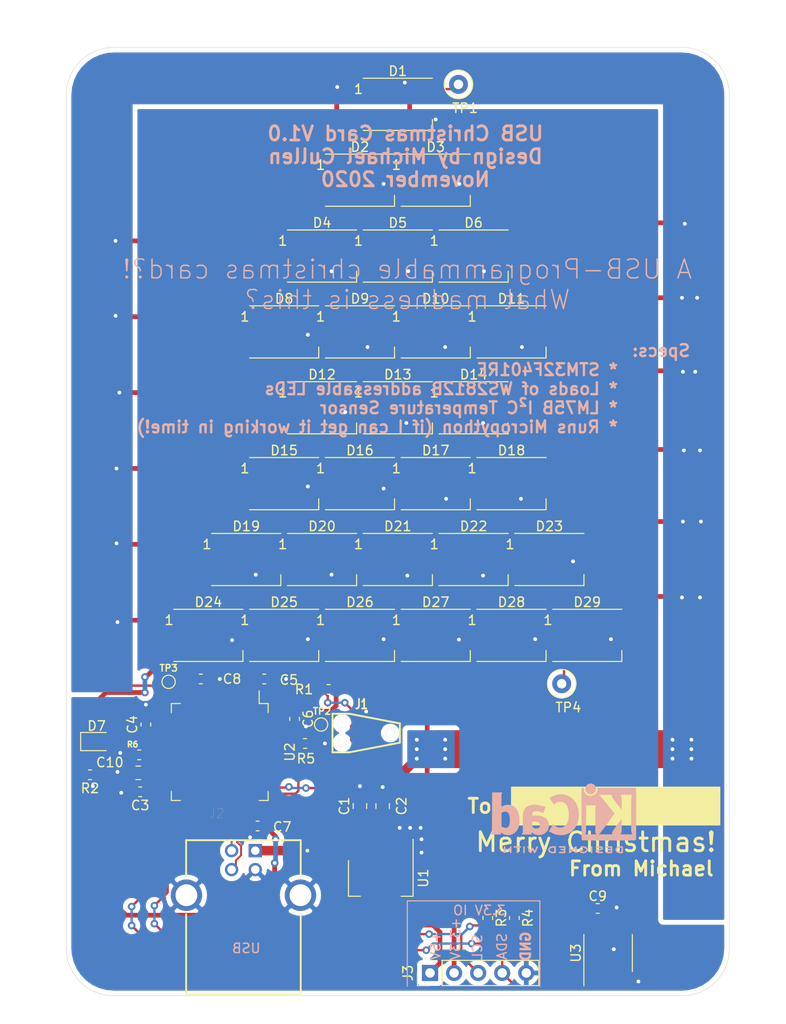
<source format=kicad_pcb>
(kicad_pcb (version 20171130) (host pcbnew 5.1.6-1.fc32)
  (layers (0 F.Cu signal) (31 B.Cu signal) (34 B.Paste user) (35 F.Paste user) (36 B.SilkS user) (37 F.SilkS user) (38 B.Mask user) (39 F.Mask user) (44 Edge.Cuts user))
  (net 0 "")
  (net 1 GND)
  (net 2 +5V)
  (net 3 +3V3)
  (net 4 "Net-(D1-Pad2)")
  (net 5 "Net-(D2-Pad2)")
  (net 6 "Net-(D3-Pad2)")
  (net 7 "Net-(D26-Pad2)")
  (net 8 "Net-(D22-Pad2)")
  (net 9 "Net-(D24-Pad2)")
  (net 10 "Net-(D18-Pad2)")
  (net 11 "Net-(D25-Pad2)")
  (net 12 "Net-(D10-Pad2)")
  (net 13 "Net-(D10-Pad4)")
  (net 14 "Net-(D11-Pad2)")
  (net 15 "Net-(D12-Pad2)")
  (net 16 "Net-(D13-Pad2)")
  (net 17 /LED_CHAIN)
  (net 18 "Net-(D15-Pad2)")
  (net 19 "Net-(D16-Pad2)")
  (net 20 "Net-(D17-Pad2)")
  (net 21 "Net-(D19-Pad2)")
  (net 22 "Net-(D20-Pad2)")
  (net 23 "Net-(D21-Pad2)")
  (net 24 "Net-(D23-Pad2)")
  (net 25 "Net-(D27-Pad2)")
  (net 26 "Net-(D29-Pad2)")
  (net 27 /SWO)
  (net 28 /~RST)
  (net 29 /SWDIO)
  (net 30 /SWCLK)
  (net 31 /i2c_SDA)
  (net 32 /i2c_SCL)
  (net 33 /USB_D+)
  (net 34 /USB_D-)
  (net 35 "Net-(C10-Pad2)")
  (net 36 "Net-(D4-Pad2)")
  (net 37 "Net-(D5-Pad2)")
  (net 38 "Net-(D6-Pad2)")
  (net 39 "Net-(D7-Pad2)")
  (net 40 "Net-(D7-Pad1)")
  (net 41 "Net-(D8-Pad2)")
  (net 42 "Net-(D14-Pad2)")
  (net 43 "Net-(D28-Pad2)")
  (net 44 /BOOT0)
  (net 45 /BOOT1)
  (module Symbol:KiCad-Logo2_6mm_SilkScreen (layer B.Cu) (at 152.5 150.6 180)
    (fp_text reference REF** hide)
    (fp_text value KiCad-Logo2_6mm_SilkScreen hide)
  )
  (module Capacitor_SMD:C_0603_1608Metric (layer F.Cu) (at 156.1 160.8)
    (fp_text reference C9 (at 0 -1.3) (layer F.SilkS))
    (fp_text value 100nF)
    (pad 2 smd roundrect (at 0.7875 0) (size 0.875 0.95) (layers F.Cu F.Paste F.Mask) (net 1 GND))
    (pad 1 smd roundrect (at -0.7875 0) (size 0.875 0.95) (layers F.Cu F.Paste F.Mask) (net 3 +3V3))
  )
  (module Package_SO:SOIC-8_3.9x4.9mm_P1.27mm (layer F.Cu) (at 157.2 165.5 90)
    (fp_text reference U3 (at 0 -3.4 90) (layer F.SilkS))
    (fp_text value LM75B)
    (pad 8 smd roundrect (at 2.475 -1.905 90) (size 1.95 0.6) (layers F.Cu F.Paste F.Mask) (net 3 +3V3))
    (pad 7 smd roundrect (at 2.475 -0.635 90) (size 1.95 0.6) (layers F.Cu F.Paste F.Mask) (net 1 GND))
    (pad 6 smd roundrect (at 2.475 0.635 90) (size 1.95 0.6) (layers F.Cu F.Paste F.Mask) (net 1 GND))
    (pad 5 smd roundrect (at 2.475 1.905 90) (size 1.95 0.6) (layers F.Cu F.Paste F.Mask) (net 1 GND))
    (pad 4 smd roundrect (at -2.475 1.905 90) (size 1.95 0.6) (layers F.Cu F.Paste F.Mask) (net 1 GND))
    (pad 3 smd roundrect (at -2.475 0.635 90) (size 1.95 0.6) (layers F.Cu F.Paste F.Mask))
    (pad 2 smd roundrect (at -2.475 -0.635 90) (size 1.95 0.6) (layers F.Cu F.Paste F.Mask) (net 32 /i2c_SCL))
    (pad 1 smd roundrect (at -2.475 -1.905 90) (size 1.95 0.6) (layers F.Cu F.Paste F.Mask) (net 31 /i2c_SDA))
  )
  (module TestPoint:TestPoint_Pad_D1.0mm (layer F.Cu) (at 110.8 136.9)
    (fp_text reference TP3 (at 0 -1.448 180) (layer F.SilkS) (effects (font (size 0.7 0.7))))
    (fp_text value TestPoint)
    (pad 1 smd circle (at 0 0) (size 1 1) (layers F.Cu F.Mask) (net 45 /BOOT1))
  )
  (module TestPoint:TestPoint_Pad_D1.0mm (layer F.Cu) (at 126.9 141.4)
    (fp_text reference TP2 (at 0.1 -1.4) (layer F.SilkS) (effects (font (size 0.7 0.7))))
    (fp_text value TestPoint)
    (pad 1 smd circle (at 0 0) (size 1 1) (layers F.Cu F.Mask) (net 44 /BOOT0))
  )
  (module TestPoint:TestPoint_Loop_D1.80mm_Drill1.0mm_Beaded (layer F.Cu) (at 152.3 137.1)
    (fp_text reference TP4 (at 0.7 2.5) (layer F.SilkS))
    (fp_text value TestPoint)
    (pad 1 thru_hole circle (at 0 0) (size 2 2) (drill 1) (layers *.Cu *.Mask) (net 26 "Net-(D29-Pad2)"))
  )
  (module TestPoint:TestPoint_Loop_D1.80mm_Drill1.0mm_Beaded (layer F.Cu) (at 141.4 73.9)
    (fp_text reference TP1 (at 0.7 2.5) (layer F.SilkS))
    (fp_text value TestPoint)
    (pad 1 thru_hole circle (at 0 0) (size 2 2) (drill 1) (layers *.Cu *.Mask) (net 17 /LED_CHAIN))
  )
  (module Resistor_SMD:R_0603_1608Metric (layer F.Cu) (at 107.7 144.6 180)
    (fp_text reference R6 (at 0.7 1.1) (layer F.SilkS) (effects (font (size 0.6 0.6))))
    (fp_text value 10K)
    (pad 2 smd roundrect (at 0.7875 0 180) (size 0.875 0.95) (layers F.Cu F.Paste F.Mask) (net 1 GND))
    (pad 1 smd roundrect (at -0.7875 0 180) (size 0.875 0.95) (layers F.Cu F.Paste F.Mask) (net 45 /BOOT1))
  )
  (module Resistor_SMD:R_0603_1608Metric (layer F.Cu) (at 125.2 143.4)
    (fp_text reference R5 (at 0.1 1.6) (layer F.SilkS))
    (fp_text value 10k)
    (pad 2 smd roundrect (at 0.7875 0) (size 0.875 0.95) (layers F.Cu F.Paste F.Mask) (net 1 GND))
    (pad 1 smd roundrect (at -0.7875 0) (size 0.875 0.95) (layers F.Cu F.Paste F.Mask) (net 44 /BOOT0))
  )
  (module Resistor_SMD:R_0603_1608Metric (layer F.Cu) (at 147.3 161.8 270)
    (fp_text reference R4 (at 0 -1.43 90) (layer F.SilkS))
    (fp_text value 10K)
    (pad 2 smd roundrect (at 0.7875 0 270) (size 0.875 0.95) (layers F.Cu F.Paste F.Mask) (net 31 /i2c_SDA))
    (pad 1 smd roundrect (at -0.7875 0 270) (size 0.875 0.95) (layers F.Cu F.Paste F.Mask) (net 3 +3V3))
  )
  (module Resistor_SMD:R_0603_1608Metric (layer F.Cu) (at 144.5 161.8 270)
    (fp_text reference R3 (at 0 -1.43 90) (layer F.SilkS))
    (fp_text value 10k)
    (pad 2 smd roundrect (at 0.7875 0 270) (size 0.875 0.95) (layers F.Cu F.Paste F.Mask) (net 32 /i2c_SCL))
    (pad 1 smd roundrect (at -0.7875 0 270) (size 0.875 0.95) (layers F.Cu F.Paste F.Mask) (net 3 +3V3))
  )
  (module Package_QFP:LQFP-64_10x10mm_P0.5mm (layer F.Cu) (at 116.2 144.3 270)
    (fp_text reference U2 (at 0 -7.4 90) (layer F.SilkS))
    (fp_text value STM32F401RETx)
    (pad 64 smd roundrect (at -3.75 -5.675 270) (size 0.3 1.55) (layers F.Cu F.Paste F.Mask) (net 3 +3V3))
    (pad 63 smd roundrect (at -3.25 -5.675 270) (size 0.3 1.55) (layers F.Cu F.Paste F.Mask) (net 1 GND))
    (pad 62 smd roundrect (at -2.75 -5.675 270) (size 0.3 1.55) (layers F.Cu F.Paste F.Mask) (net 31 /i2c_SDA))
    (pad 61 smd roundrect (at -2.25 -5.675 270) (size 0.3 1.55) (layers F.Cu F.Paste F.Mask) (net 32 /i2c_SCL))
    (pad 60 smd roundrect (at -1.75 -5.675 270) (size 0.3 1.55) (layers F.Cu F.Paste F.Mask) (net 44 /BOOT0))
    (pad 59 smd roundrect (at -1.25 -5.675 270) (size 0.3 1.55) (layers F.Cu F.Paste F.Mask))
    (pad 58 smd roundrect (at -0.75 -5.675 270) (size 0.3 1.55) (layers F.Cu F.Paste F.Mask))
    (pad 57 smd roundrect (at -0.25 -5.675 270) (size 0.3 1.55) (layers F.Cu F.Paste F.Mask))
    (pad 56 smd roundrect (at 0.25 -5.675 270) (size 0.3 1.55) (layers F.Cu F.Paste F.Mask))
    (pad 55 smd roundrect (at 0.75 -5.675 270) (size 0.3 1.55) (layers F.Cu F.Paste F.Mask) (net 27 /SWO))
    (pad 54 smd roundrect (at 1.25 -5.675 270) (size 0.3 1.55) (layers F.Cu F.Paste F.Mask))
    (pad 53 smd roundrect (at 1.75 -5.675 270) (size 0.3 1.55) (layers F.Cu F.Paste F.Mask))
    (pad 52 smd roundrect (at 2.25 -5.675 270) (size 0.3 1.55) (layers F.Cu F.Paste F.Mask))
    (pad 51 smd roundrect (at 2.75 -5.675 270) (size 0.3 1.55) (layers F.Cu F.Paste F.Mask))
    (pad 50 smd roundrect (at 3.25 -5.675 270) (size 0.3 1.55) (layers F.Cu F.Paste F.Mask))
    (pad 49 smd roundrect (at 3.75 -5.675 270) (size 0.3 1.55) (layers F.Cu F.Paste F.Mask) (net 30 /SWCLK))
    (pad 48 smd roundrect (at 5.675 -3.75 270) (size 1.55 0.3) (layers F.Cu F.Paste F.Mask) (net 3 +3V3))
    (pad 47 smd roundrect (at 5.675 -3.25 270) (size 1.55 0.3) (layers F.Cu F.Paste F.Mask) (net 1 GND))
    (pad 46 smd roundrect (at 5.675 -2.75 270) (size 1.55 0.3) (layers F.Cu F.Paste F.Mask) (net 29 /SWDIO))
    (pad 45 smd roundrect (at 5.675 -2.25 270) (size 1.55 0.3) (layers F.Cu F.Paste F.Mask) (net 33 /USB_D+))
    (pad 44 smd roundrect (at 5.675 -1.75 270) (size 1.55 0.3) (layers F.Cu F.Paste F.Mask) (net 34 /USB_D-))
    (pad 43 smd roundrect (at 5.675 -1.25 270) (size 1.55 0.3) (layers F.Cu F.Paste F.Mask))
    (pad 42 smd roundrect (at 5.675 -0.75 270) (size 1.55 0.3) (layers F.Cu F.Paste F.Mask))
    (pad 41 smd roundrect (at 5.675 -0.25 270) (size 1.55 0.3) (layers F.Cu F.Paste F.Mask))
    (pad 40 smd roundrect (at 5.675 0.25 270) (size 1.55 0.3) (layers F.Cu F.Paste F.Mask))
    (pad 39 smd roundrect (at 5.675 0.75 270) (size 1.55 0.3) (layers F.Cu F.Paste F.Mask))
    (pad 38 smd roundrect (at 5.675 1.25 270) (size 1.55 0.3) (layers F.Cu F.Paste F.Mask))
    (pad 37 smd roundrect (at 5.675 1.75 270) (size 1.55 0.3) (layers F.Cu F.Paste F.Mask))
    (pad 36 smd roundrect (at 5.675 2.25 270) (size 1.55 0.3) (layers F.Cu F.Paste F.Mask))
    (pad 35 smd roundrect (at 5.675 2.75 270) (size 1.55 0.3) (layers F.Cu F.Paste F.Mask))
    (pad 34 smd roundrect (at 5.675 3.25 270) (size 1.55 0.3) (layers F.Cu F.Paste F.Mask))
    (pad 33 smd roundrect (at 5.675 3.75 270) (size 1.55 0.3) (layers F.Cu F.Paste F.Mask))
    (pad 32 smd roundrect (at 3.75 5.675 270) (size 0.3 1.55) (layers F.Cu F.Paste F.Mask) (net 3 +3V3))
    (pad 31 smd roundrect (at 3.25 5.675 270) (size 0.3 1.55) (layers F.Cu F.Paste F.Mask) (net 1 GND))
    (pad 30 smd roundrect (at 2.75 5.675 270) (size 0.3 1.55) (layers F.Cu F.Paste F.Mask) (net 35 "Net-(C10-Pad2)"))
    (pad 29 smd roundrect (at 2.25 5.675 270) (size 0.3 1.55) (layers F.Cu F.Paste F.Mask))
    (pad 28 smd roundrect (at 1.75 5.675 270) (size 0.3 1.55) (layers F.Cu F.Paste F.Mask) (net 45 /BOOT1))
    (pad 27 smd roundrect (at 1.25 5.675 270) (size 0.3 1.55) (layers F.Cu F.Paste F.Mask))
    (pad 26 smd roundrect (at 0.75 5.675 270) (size 0.3 1.55) (layers F.Cu F.Paste F.Mask) (net 17 /LED_CHAIN))
    (pad 25 smd roundrect (at 0.25 5.675 270) (size 0.3 1.55) (layers F.Cu F.Paste F.Mask))
    (pad 24 smd roundrect (at -0.25 5.675 270) (size 0.3 1.55) (layers F.Cu F.Paste F.Mask))
    (pad 23 smd roundrect (at -0.75 5.675 270) (size 0.3 1.55) (layers F.Cu F.Paste F.Mask))
    (pad 22 smd roundrect (at -1.25 5.675 270) (size 0.3 1.55) (layers F.Cu F.Paste F.Mask))
    (pad 21 smd roundrect (at -1.75 5.675 270) (size 0.3 1.55) (layers F.Cu F.Paste F.Mask) (net 39 "Net-(D7-Pad2)"))
    (pad 20 smd roundrect (at -2.25 5.675 270) (size 0.3 1.55) (layers F.Cu F.Paste F.Mask))
    (pad 19 smd roundrect (at -2.75 5.675 270) (size 0.3 1.55) (layers F.Cu F.Paste F.Mask) (net 3 +3V3))
    (pad 18 smd roundrect (at -3.25 5.675 270) (size 0.3 1.55) (layers F.Cu F.Paste F.Mask) (net 1 GND))
    (pad 17 smd roundrect (at -3.75 5.675 270) (size 0.3 1.55) (layers F.Cu F.Paste F.Mask))
    (pad 16 smd roundrect (at -5.675 3.75 270) (size 1.55 0.3) (layers F.Cu F.Paste F.Mask))
    (pad 15 smd roundrect (at -5.675 3.25 270) (size 1.55 0.3) (layers F.Cu F.Paste F.Mask))
    (pad 14 smd roundrect (at -5.675 2.75 270) (size 1.55 0.3) (layers F.Cu F.Paste F.Mask))
    (pad 13 smd roundrect (at -5.675 2.25 270) (size 1.55 0.3) (layers F.Cu F.Paste F.Mask) (net 3 +3V3))
    (pad 12 smd roundrect (at -5.675 1.75 270) (size 1.55 0.3) (layers F.Cu F.Paste F.Mask) (net 1 GND))
    (pad 11 smd roundrect (at -5.675 1.25 270) (size 1.55 0.3) (layers F.Cu F.Paste F.Mask))
    (pad 10 smd roundrect (at -5.675 0.75 270) (size 1.55 0.3) (layers F.Cu F.Paste F.Mask))
    (pad 9 smd roundrect (at -5.675 0.25 270) (size 1.55 0.3) (layers F.Cu F.Paste F.Mask))
    (pad 8 smd roundrect (at -5.675 -0.25 270) (size 1.55 0.3) (layers F.Cu F.Paste F.Mask))
    (pad 7 smd roundrect (at -5.675 -0.75 270) (size 1.55 0.3) (layers F.Cu F.Paste F.Mask) (net 28 /~RST))
    (pad 6 smd roundrect (at -5.675 -1.25 270) (size 1.55 0.3) (layers F.Cu F.Paste F.Mask))
    (pad 5 smd roundrect (at -5.675 -1.75 270) (size 1.55 0.3) (layers F.Cu F.Paste F.Mask))
    (pad 4 smd roundrect (at -5.675 -2.25 270) (size 1.55 0.3) (layers F.Cu F.Paste F.Mask))
    (pad 3 smd roundrect (at -5.675 -2.75 270) (size 1.55 0.3) (layers F.Cu F.Paste F.Mask))
    (pad 2 smd roundrect (at -5.675 -3.25 270) (size 1.55 0.3) (layers F.Cu F.Paste F.Mask))
    (pad 1 smd roundrect (at -5.675 -3.75 270) (size 1.55 0.3) (layers F.Cu F.Paste F.Mask) (net 3 +3V3))
  )
  (module Package_TO_SOT_SMD:SOT-223-3_TabPin2 (layer F.Cu) (at 133.2 157.6 270)
    (fp_text reference U1 (at 0 -4.5 90) (layer F.SilkS))
    (fp_text value LM1117-3.3)
    (pad 1 smd rect (at -3.15 -2.3 270) (size 2 1.5) (layers F.Cu F.Paste F.Mask) (net 1 GND))
    (pad 3 smd rect (at -3.15 2.3 270) (size 2 1.5) (layers F.Cu F.Paste F.Mask) (net 2 +5V))
    (pad 2 smd rect (at -3.15 0 270) (size 2 1.5) (layers F.Cu F.Paste F.Mask) (net 3 +3V3))
    (pad 2 smd rect (at 3.15 0 270) (size 2 3.8) (layers F.Cu F.Paste F.Mask) (net 3 +3V3))
  )
  (module Resistor_SMD:R_0603_1608Metric (layer F.Cu) (at 102.5 146.7 180)
    (fp_text reference R2 (at 0 -1.43) (layer F.SilkS))
    (fp_text value 270R)
    (pad 2 smd roundrect (at 0.7875 0 180) (size 0.875 0.95) (layers F.Cu F.Paste F.Mask) (net 40 "Net-(D7-Pad1)"))
    (pad 1 smd roundrect (at -0.7875 0 180) (size 0.875 0.95) (layers F.Cu F.Paste F.Mask) (net 1 GND))
  )
  (module Resistor_SMD:R_0603_1608Metric (layer F.Cu) (at 127.7 137.7 180)
    (fp_text reference R1 (at 2.6 0) (layer F.SilkS))
    (fp_text value 10K)
    (pad 2 smd roundrect (at 0.7875 0 180) (size 0.875 0.95) (layers F.Cu F.Paste F.Mask) (net 28 /~RST))
    (pad 1 smd roundrect (at -0.7875 0 180) (size 0.875 0.95) (layers F.Cu F.Paste F.Mask) (net 3 +3V3))
  )
  (module christmas-card:SAMTEC_USB-B-S-X-X-TH (layer F.Cu) (at 118.7 159.4)
    (fp_text reference J2 (at -2.825 -8.635) (layer F.SilkS) (effects (font (thickness 0.015))))
    (fp_text value USB-B-S-X-X-TH)
    (pad S2 thru_hole circle (at 6.02 0) (size 3.316 3.316) (drill 2.3) (layers *.Cu *.Mask) (net 1 GND))
    (pad S1 thru_hole circle (at -6.02 0) (size 3.316 3.316) (drill 2.3) (layers *.Cu *.Mask) (net 1 GND))
    (pad 4 thru_hole circle (at 1.25 -2.7) (size 1.408 1.408) (drill 0.9) (layers *.Cu *.Mask) (net 1 GND))
    (pad 3 thru_hole circle (at -1.25 -2.7) (size 1.408 1.408) (drill 0.9) (layers *.Cu *.Mask) (net 33 /USB_D+))
    (pad 2 thru_hole circle (at -1.25 -4.7) (size 1.408 1.408) (drill 0.9) (layers *.Cu *.Mask) (net 34 /USB_D-))
    (pad 1 thru_hole rect (at 1.25 -4.7) (size 1.408 1.408) (drill 0.9) (layers *.Cu *.Mask) (net 2 +5V))
  )
  (module Connector_PinHeader_2.54mm:PinHeader_1x05_P2.54mm_Vertical (layer F.Cu) (at 138.4 167.6 90)
    (fp_text reference J3 (at 0 -2.33 90) (layer F.SilkS))
    (fp_text value Conn_01x05)
    (pad 5 thru_hole oval (at 0 10.16 90) (size 1.7 1.7) (drill 1) (layers *.Cu *.Mask) (net 1 GND))
    (pad 4 thru_hole oval (at 0 7.62 90) (size 1.7 1.7) (drill 1) (layers *.Cu *.Mask) (net 31 /i2c_SDA))
    (pad 3 thru_hole oval (at 0 5.08 90) (size 1.7 1.7) (drill 1) (layers *.Cu *.Mask) (net 32 /i2c_SCL))
    (pad 2 thru_hole oval (at 0 2.54 90) (size 1.7 1.7) (drill 1) (layers *.Cu *.Mask) (net 3 +3V3))
    (pad 1 thru_hole rect (at 0 0 90) (size 1.7 1.7) (drill 1) (layers *.Cu *.Mask) (net 2 +5V))
  )
  (module Tag-Connect:TC2030-MCP-NL (layer F.Cu) (at 134.2 142.3 180)
    (fp_text reference J1 (at 3.048 3.048) (layer F.SilkS) (effects (font (size 1.016 0.762) (thickness 0.1905))))
    (fp_text value Conn_02x03_Odd_Even hide)
    (pad 6 connect circle (at 3.81 -0.635 180) (size 0.889 0.889) (layers F.Cu F.Mask) (net 27 /SWO))
    (pad 5 connect circle (at 3.81 0.635 180) (size 0.889 0.889) (layers F.Cu F.Mask) (net 28 /~RST))
    (pad 4 connect circle (at 2.54 -0.635 180) (size 0.889 0.889) (layers F.Cu F.Mask) (net 29 /SWDIO))
    (pad 3 connect circle (at 2.54 0.635 180) (size 0.889 0.889) (layers F.Cu F.Mask) (net 1 GND))
    (pad 2 connect circle (at 1.27 -0.635 180) (size 0.889 0.889) (layers F.Cu F.Mask) (net 30 /SWCLK))
    (pad 1 connect circle (at 1.27 0.635 180) (size 0.889 0.889) (layers F.Cu F.Mask) (net 3 +3V3))
    (pad 0 thru_hole circle (at 5.08 1.016 180) (size 0.94996 0.94996) (drill 0.94996) (layers *.Cu *.Mask F.SilkS))
    (pad 0 thru_hole circle (at 5.08 -1.016 180) (size 0.94996 0.94996) (drill 0.94996) (layers *.Cu *.Mask F.SilkS))
    (pad 0 thru_hole circle (at 0 0 180) (size 0.94996 0.94996) (drill 0.94996) (layers *.Cu *.Mask F.SilkS))
  )
  (module LED_SMD:LED_WS2812B_PLCC4_5.0x5.0mm_P3.2mm (layer F.Cu) (at 155 132)
    (fp_text reference D29 (at 0 -3.5) (layer F.SilkS))
    (fp_text value WS2812B)
    (fp_text user 1 (at -4.15 -1.6) (layer F.SilkS))
    (pad 1 smd rect (at -2.45 -1.6) (size 1.5 1) (layers F.Cu F.Paste F.Mask) (net 2 +5V))
    (pad 2 smd rect (at -2.45 1.6) (size 1.5 1) (layers F.Cu F.Paste F.Mask) (net 26 "Net-(D29-Pad2)"))
    (pad 4 smd rect (at 2.45 -1.6) (size 1.5 1) (layers F.Cu F.Paste F.Mask) (net 43 "Net-(D28-Pad2)"))
    (pad 3 smd rect (at 2.45 1.6) (size 1.5 1) (layers F.Cu F.Paste F.Mask) (net 1 GND))
  )
  (module LED_SMD:LED_WS2812B_PLCC4_5.0x5.0mm_P3.2mm (layer F.Cu) (at 151 124)
    (fp_text reference D23 (at 0 -3.5) (layer F.SilkS))
    (fp_text value WS2812B)
    (fp_text user 1 (at -4.15 -1.6) (layer F.SilkS))
    (pad 1 smd rect (at -2.45 -1.6) (size 1.5 1) (layers F.Cu F.Paste F.Mask) (net 2 +5V))
    (pad 2 smd rect (at -2.45 1.6) (size 1.5 1) (layers F.Cu F.Paste F.Mask) (net 24 "Net-(D23-Pad2)"))
    (pad 4 smd rect (at 2.45 -1.6) (size 1.5 1) (layers F.Cu F.Paste F.Mask) (net 8 "Net-(D22-Pad2)"))
    (pad 3 smd rect (at 2.45 1.6) (size 1.5 1) (layers F.Cu F.Paste F.Mask) (net 1 GND))
  )
  (module LED_SMD:LED_WS2812B_PLCC4_5.0x5.0mm_P3.2mm (layer F.Cu) (at 147 132)
    (fp_text reference D28 (at 0 -3.5) (layer F.SilkS))
    (fp_text value WS2812B)
    (fp_text user 1 (at -4.15 -1.6) (layer F.SilkS))
    (pad 1 smd rect (at -2.45 -1.6) (size 1.5 1) (layers F.Cu F.Paste F.Mask) (net 2 +5V))
    (pad 2 smd rect (at -2.45 1.6) (size 1.5 1) (layers F.Cu F.Paste F.Mask) (net 43 "Net-(D28-Pad2)"))
    (pad 4 smd rect (at 2.45 -1.6) (size 1.5 1) (layers F.Cu F.Paste F.Mask) (net 25 "Net-(D27-Pad2)"))
    (pad 3 smd rect (at 2.45 1.6) (size 1.5 1) (layers F.Cu F.Paste F.Mask) (net 1 GND))
  )
  (module LED_SMD:LED_WS2812B_PLCC4_5.0x5.0mm_P3.2mm (layer F.Cu) (at 147 116)
    (fp_text reference D18 (at 0 -3.5) (layer F.SilkS))
    (fp_text value WS2812B)
    (fp_text user 1 (at -4.15 -1.6) (layer F.SilkS))
    (pad 1 smd rect (at -2.45 -1.6) (size 1.5 1) (layers F.Cu F.Paste F.Mask) (net 2 +5V))
    (pad 2 smd rect (at -2.45 1.6) (size 1.5 1) (layers F.Cu F.Paste F.Mask) (net 10 "Net-(D18-Pad2)"))
    (pad 4 smd rect (at 2.45 -1.6) (size 1.5 1) (layers F.Cu F.Paste F.Mask) (net 20 "Net-(D17-Pad2)"))
    (pad 3 smd rect (at 2.45 1.6) (size 1.5 1) (layers F.Cu F.Paste F.Mask) (net 1 GND))
  )
  (module LED_SMD:LED_WS2812B_PLCC4_5.0x5.0mm_P3.2mm (layer F.Cu) (at 147 100)
    (fp_text reference D11 (at 0 -3.5) (layer F.SilkS))
    (fp_text value WS2812B)
    (fp_text user 1 (at -4.15 -1.6) (layer F.SilkS))
    (pad 1 smd rect (at -2.45 -1.6) (size 1.5 1) (layers F.Cu F.Paste F.Mask) (net 2 +5V))
    (pad 2 smd rect (at -2.45 1.6) (size 1.5 1) (layers F.Cu F.Paste F.Mask) (net 14 "Net-(D11-Pad2)"))
    (pad 4 smd rect (at 2.45 -1.6) (size 1.5 1) (layers F.Cu F.Paste F.Mask) (net 12 "Net-(D10-Pad2)"))
    (pad 3 smd rect (at 2.45 1.6) (size 1.5 1) (layers F.Cu F.Paste F.Mask) (net 1 GND))
  )
  (module LED_SMD:LED_WS2812B_PLCC4_5.0x5.0mm_P3.2mm (layer F.Cu) (at 143 108)
    (fp_text reference D14 (at 0 -3.5) (layer F.SilkS))
    (fp_text value WS2812B)
    (fp_text user 1 (at -4.15 -1.6) (layer F.SilkS))
    (pad 1 smd rect (at -2.45 -1.6) (size 1.5 1) (layers F.Cu F.Paste F.Mask) (net 2 +5V))
    (pad 2 smd rect (at -2.45 1.6) (size 1.5 1) (layers F.Cu F.Paste F.Mask) (net 42 "Net-(D14-Pad2)"))
    (pad 4 smd rect (at 2.45 -1.6) (size 1.5 1) (layers F.Cu F.Paste F.Mask) (net 16 "Net-(D13-Pad2)"))
    (pad 3 smd rect (at 2.45 1.6) (size 1.5 1) (layers F.Cu F.Paste F.Mask) (net 1 GND))
  )
  (module LED_SMD:LED_WS2812B_PLCC4_5.0x5.0mm_P3.2mm (layer F.Cu) (at 143 124)
    (fp_text reference D22 (at 0 -3.5) (layer F.SilkS))
    (fp_text value WS2812B)
    (fp_text user 1 (at -4.15 -1.6) (layer F.SilkS))
    (pad 1 smd rect (at -2.45 -1.6) (size 1.5 1) (layers F.Cu F.Paste F.Mask) (net 2 +5V))
    (pad 2 smd rect (at -2.45 1.6) (size 1.5 1) (layers F.Cu F.Paste F.Mask) (net 8 "Net-(D22-Pad2)"))
    (pad 4 smd rect (at 2.45 -1.6) (size 1.5 1) (layers F.Cu F.Paste F.Mask) (net 23 "Net-(D21-Pad2)"))
    (pad 3 smd rect (at 2.45 1.6) (size 1.5 1) (layers F.Cu F.Paste F.Mask) (net 1 GND))
  )
  (module LED_SMD:LED_WS2812B_PLCC4_5.0x5.0mm_P3.2mm (layer F.Cu) (at 143 92)
    (fp_text reference D6 (at 0 -3.5) (layer F.SilkS))
    (fp_text value WS2812B)
    (fp_text user 1 (at -4.15 -1.6) (layer F.SilkS))
    (pad 1 smd rect (at -2.45 -1.6) (size 1.5 1) (layers F.Cu F.Paste F.Mask) (net 2 +5V))
    (pad 2 smd rect (at -2.45 1.6) (size 1.5 1) (layers F.Cu F.Paste F.Mask) (net 38 "Net-(D6-Pad2)"))
    (pad 4 smd rect (at 2.45 -1.6) (size 1.5 1) (layers F.Cu F.Paste F.Mask) (net 37 "Net-(D5-Pad2)"))
    (pad 3 smd rect (at 2.45 1.6) (size 1.5 1) (layers F.Cu F.Paste F.Mask) (net 1 GND))
  )
  (module LED_SMD:LED_WS2812B_PLCC4_5.0x5.0mm_P3.2mm (layer F.Cu) (at 139 132)
    (fp_text reference D27 (at 0 -3.5) (layer F.SilkS))
    (fp_text value WS2812B)
    (fp_text user 1 (at -4.15 -1.6) (layer F.SilkS))
    (pad 1 smd rect (at -2.45 -1.6) (size 1.5 1) (layers F.Cu F.Paste F.Mask) (net 2 +5V))
    (pad 2 smd rect (at -2.45 1.6) (size 1.5 1) (layers F.Cu F.Paste F.Mask) (net 25 "Net-(D27-Pad2)"))
    (pad 4 smd rect (at 2.45 -1.6) (size 1.5 1) (layers F.Cu F.Paste F.Mask) (net 7 "Net-(D26-Pad2)"))
    (pad 3 smd rect (at 2.45 1.6) (size 1.5 1) (layers F.Cu F.Paste F.Mask) (net 1 GND))
  )
  (module LED_SMD:LED_WS2812B_PLCC4_5.0x5.0mm_P3.2mm (layer F.Cu) (at 139 116)
    (fp_text reference D17 (at 0 -3.5) (layer F.SilkS))
    (fp_text value WS2812B)
    (fp_text user 1 (at -4.15 -1.6) (layer F.SilkS))
    (pad 1 smd rect (at -2.45 -1.6) (size 1.5 1) (layers F.Cu F.Paste F.Mask) (net 2 +5V))
    (pad 2 smd rect (at -2.45 1.6) (size 1.5 1) (layers F.Cu F.Paste F.Mask) (net 20 "Net-(D17-Pad2)"))
    (pad 4 smd rect (at 2.45 -1.6) (size 1.5 1) (layers F.Cu F.Paste F.Mask) (net 19 "Net-(D16-Pad2)"))
    (pad 3 smd rect (at 2.45 1.6) (size 1.5 1) (layers F.Cu F.Paste F.Mask) (net 1 GND))
  )
  (module LED_SMD:LED_WS2812B_PLCC4_5.0x5.0mm_P3.2mm (layer F.Cu) (at 139 100)
    (fp_text reference D10 (at 0 -3.5) (layer F.SilkS))
    (fp_text value WS2812B)
    (fp_text user 1 (at -4.15 -1.6) (layer F.SilkS))
    (pad 1 smd rect (at -2.45 -1.6) (size 1.5 1) (layers F.Cu F.Paste F.Mask) (net 2 +5V))
    (pad 2 smd rect (at -2.45 1.6) (size 1.5 1) (layers F.Cu F.Paste F.Mask) (net 12 "Net-(D10-Pad2)"))
    (pad 4 smd rect (at 2.45 -1.6) (size 1.5 1) (layers F.Cu F.Paste F.Mask) (net 13 "Net-(D10-Pad4)"))
    (pad 3 smd rect (at 2.45 1.6) (size 1.5 1) (layers F.Cu F.Paste F.Mask) (net 1 GND))
  )
  (module LED_SMD:LED_WS2812B_PLCC4_5.0x5.0mm_P3.2mm (layer F.Cu) (at 139 84)
    (fp_text reference D3 (at 0 -3.5) (layer F.SilkS))
    (fp_text value WS2812B)
    (fp_text user 1 (at -4.15 -1.6) (layer F.SilkS))
    (pad 1 smd rect (at -2.45 -1.6) (size 1.5 1) (layers F.Cu F.Paste F.Mask) (net 2 +5V))
    (pad 2 smd rect (at -2.45 1.6) (size 1.5 1) (layers F.Cu F.Paste F.Mask) (net 6 "Net-(D3-Pad2)"))
    (pad 4 smd rect (at 2.45 -1.6) (size 1.5 1) (layers F.Cu F.Paste F.Mask) (net 5 "Net-(D2-Pad2)"))
    (pad 3 smd rect (at 2.45 1.6) (size 1.5 1) (layers F.Cu F.Paste F.Mask) (net 1 GND))
  )
  (module LED_SMD:LED_WS2812B_PLCC4_5.0x5.0mm_P3.2mm (layer F.Cu) (at 135 124)
    (fp_text reference D21 (at 0 -3.5) (layer F.SilkS))
    (fp_text value WS2812B)
    (fp_text user 1 (at -4.15 -1.6) (layer F.SilkS))
    (pad 1 smd rect (at -2.45 -1.6) (size 1.5 1) (layers F.Cu F.Paste F.Mask) (net 2 +5V))
    (pad 2 smd rect (at -2.45 1.6) (size 1.5 1) (layers F.Cu F.Paste F.Mask) (net 23 "Net-(D21-Pad2)"))
    (pad 4 smd rect (at 2.45 -1.6) (size 1.5 1) (layers F.Cu F.Paste F.Mask) (net 22 "Net-(D20-Pad2)"))
    (pad 3 smd rect (at 2.45 1.6) (size 1.5 1) (layers F.Cu F.Paste F.Mask) (net 1 GND))
  )
  (module LED_SMD:LED_WS2812B_PLCC4_5.0x5.0mm_P3.2mm (layer F.Cu) (at 135 108)
    (fp_text reference D13 (at 0 -3.5) (layer F.SilkS))
    (fp_text value WS2812B)
    (fp_text user 1 (at -4.15 -1.6) (layer F.SilkS))
    (pad 1 smd rect (at -2.45 -1.6) (size 1.5 1) (layers F.Cu F.Paste F.Mask) (net 2 +5V))
    (pad 2 smd rect (at -2.45 1.6) (size 1.5 1) (layers F.Cu F.Paste F.Mask) (net 16 "Net-(D13-Pad2)"))
    (pad 4 smd rect (at 2.45 -1.6) (size 1.5 1) (layers F.Cu F.Paste F.Mask) (net 15 "Net-(D12-Pad2)"))
    (pad 3 smd rect (at 2.45 1.6) (size 1.5 1) (layers F.Cu F.Paste F.Mask) (net 1 GND))
  )
  (module LED_SMD:LED_WS2812B_PLCC4_5.0x5.0mm_P3.2mm (layer F.Cu) (at 135 92)
    (fp_text reference D5 (at 0 -3.5) (layer F.SilkS))
    (fp_text value WS2812B)
    (fp_text user 1 (at -4.15 -1.6) (layer F.SilkS))
    (pad 1 smd rect (at -2.45 -1.6) (size 1.5 1) (layers F.Cu F.Paste F.Mask) (net 2 +5V))
    (pad 2 smd rect (at -2.45 1.6) (size 1.5 1) (layers F.Cu F.Paste F.Mask) (net 37 "Net-(D5-Pad2)"))
    (pad 4 smd rect (at 2.45 -1.6) (size 1.5 1) (layers F.Cu F.Paste F.Mask) (net 36 "Net-(D4-Pad2)"))
    (pad 3 smd rect (at 2.45 1.6) (size 1.5 1) (layers F.Cu F.Paste F.Mask) (net 1 GND))
  )
  (module LED_SMD:LED_WS2812B_PLCC4_5.0x5.0mm_P3.2mm (layer F.Cu) (at 135 76)
    (fp_text reference D1 (at 0 -3.5) (layer F.SilkS))
    (fp_text value WS2812B)
    (fp_text user 1 (at -4.15 -1.6) (layer F.SilkS))
    (pad 1 smd rect (at -2.45 -1.6) (size 1.5 1) (layers F.Cu F.Paste F.Mask) (net 2 +5V))
    (pad 2 smd rect (at -2.45 1.6) (size 1.5 1) (layers F.Cu F.Paste F.Mask) (net 4 "Net-(D1-Pad2)"))
    (pad 4 smd rect (at 2.45 -1.6) (size 1.5 1) (layers F.Cu F.Paste F.Mask) (net 17 /LED_CHAIN))
    (pad 3 smd rect (at 2.45 1.6) (size 1.5 1) (layers F.Cu F.Paste F.Mask) (net 1 GND))
  )
  (module LED_SMD:LED_WS2812B_PLCC4_5.0x5.0mm_P3.2mm (layer F.Cu) (at 131 132)
    (fp_text reference D26 (at 0 -3.5) (layer F.SilkS))
    (fp_text value WS2812B)
    (fp_text user 1 (at -4.15 -1.6) (layer F.SilkS))
    (pad 1 smd rect (at -2.45 -1.6) (size 1.5 1) (layers F.Cu F.Paste F.Mask) (net 2 +5V))
    (pad 2 smd rect (at -2.45 1.6) (size 1.5 1) (layers F.Cu F.Paste F.Mask) (net 7 "Net-(D26-Pad2)"))
    (pad 4 smd rect (at 2.45 -1.6) (size 1.5 1) (layers F.Cu F.Paste F.Mask) (net 11 "Net-(D25-Pad2)"))
    (pad 3 smd rect (at 2.45 1.6) (size 1.5 1) (layers F.Cu F.Paste F.Mask) (net 1 GND))
  )
  (module LED_SMD:LED_WS2812B_PLCC4_5.0x5.0mm_P3.2mm (layer F.Cu) (at 131 116)
    (fp_text reference D16 (at 0 -3.5) (layer F.SilkS))
    (fp_text value WS2812B)
    (fp_text user 1 (at -4.15 -1.6) (layer F.SilkS))
    (pad 1 smd rect (at -2.45 -1.6) (size 1.5 1) (layers F.Cu F.Paste F.Mask) (net 2 +5V))
    (pad 2 smd rect (at -2.45 1.6) (size 1.5 1) (layers F.Cu F.Paste F.Mask) (net 19 "Net-(D16-Pad2)"))
    (pad 4 smd rect (at 2.45 -1.6) (size 1.5 1) (layers F.Cu F.Paste F.Mask) (net 18 "Net-(D15-Pad2)"))
    (pad 3 smd rect (at 2.45 1.6) (size 1.5 1) (layers F.Cu F.Paste F.Mask) (net 1 GND))
  )
  (module LED_SMD:LED_WS2812B_PLCC4_5.0x5.0mm_P3.2mm (layer F.Cu) (at 131 100)
    (fp_text reference D9 (at 0 -3.5) (layer F.SilkS))
    (fp_text value WS2812B)
    (fp_text user 1 (at -4.15 -1.6) (layer F.SilkS))
    (pad 1 smd rect (at -2.45 -1.6) (size 1.5 1) (layers F.Cu F.Paste F.Mask) (net 2 +5V))
    (pad 2 smd rect (at -2.45 1.6) (size 1.5 1) (layers F.Cu F.Paste F.Mask) (net 13 "Net-(D10-Pad4)"))
    (pad 4 smd rect (at 2.45 -1.6) (size 1.5 1) (layers F.Cu F.Paste F.Mask) (net 41 "Net-(D8-Pad2)"))
    (pad 3 smd rect (at 2.45 1.6) (size 1.5 1) (layers F.Cu F.Paste F.Mask) (net 1 GND))
  )
  (module LED_SMD:LED_WS2812B_PLCC4_5.0x5.0mm_P3.2mm (layer F.Cu) (at 131 84)
    (fp_text reference D2 (at 0 -3.5) (layer F.SilkS))
    (fp_text value WS2812B)
    (fp_text user 1 (at -4.15 -1.6) (layer F.SilkS))
    (pad 1 smd rect (at -2.45 -1.6) (size 1.5 1) (layers F.Cu F.Paste F.Mask) (net 2 +5V))
    (pad 2 smd rect (at -2.45 1.6) (size 1.5 1) (layers F.Cu F.Paste F.Mask) (net 5 "Net-(D2-Pad2)"))
    (pad 4 smd rect (at 2.45 -1.6) (size 1.5 1) (layers F.Cu F.Paste F.Mask) (net 4 "Net-(D1-Pad2)"))
    (pad 3 smd rect (at 2.45 1.6) (size 1.5 1) (layers F.Cu F.Paste F.Mask) (net 1 GND))
  )
  (module LED_SMD:LED_WS2812B_PLCC4_5.0x5.0mm_P3.2mm (layer F.Cu) (at 127 124)
    (fp_text reference D20 (at 0 -3.5) (layer F.SilkS))
    (fp_text value WS2812B)
    (fp_text user 1 (at -4.15 -1.6) (layer F.SilkS))
    (pad 1 smd rect (at -2.45 -1.6) (size 1.5 1) (layers F.Cu F.Paste F.Mask) (net 2 +5V))
    (pad 2 smd rect (at -2.45 1.6) (size 1.5 1) (layers F.Cu F.Paste F.Mask) (net 22 "Net-(D20-Pad2)"))
    (pad 4 smd rect (at 2.45 -1.6) (size 1.5 1) (layers F.Cu F.Paste F.Mask) (net 21 "Net-(D19-Pad2)"))
    (pad 3 smd rect (at 2.45 1.6) (size 1.5 1) (layers F.Cu F.Paste F.Mask) (net 1 GND))
  )
  (module LED_SMD:LED_WS2812B_PLCC4_5.0x5.0mm_P3.2mm (layer F.Cu) (at 127 108)
    (fp_text reference D12 (at 0 -3.5) (layer F.SilkS))
    (fp_text value WS2812B)
    (fp_text user 1 (at -4.15 -1.6) (layer F.SilkS))
    (pad 1 smd rect (at -2.45 -1.6) (size 1.5 1) (layers F.Cu F.Paste F.Mask) (net 2 +5V))
    (pad 2 smd rect (at -2.45 1.6) (size 1.5 1) (layers F.Cu F.Paste F.Mask) (net 15 "Net-(D12-Pad2)"))
    (pad 4 smd rect (at 2.45 -1.6) (size 1.5 1) (layers F.Cu F.Paste F.Mask) (net 14 "Net-(D11-Pad2)"))
    (pad 3 smd rect (at 2.45 1.6) (size 1.5 1) (layers F.Cu F.Paste F.Mask) (net 1 GND))
  )
  (module LED_SMD:LED_WS2812B_PLCC4_5.0x5.0mm_P3.2mm (layer F.Cu) (at 127 92)
    (fp_text reference D4 (at 0 -3.5) (layer F.SilkS))
    (fp_text value WS2812B)
    (fp_text user 1 (at -4.15 -1.6) (layer F.SilkS))
    (pad 1 smd rect (at -2.45 -1.6) (size 1.5 1) (layers F.Cu F.Paste F.Mask) (net 2 +5V))
    (pad 2 smd rect (at -2.45 1.6) (size 1.5 1) (layers F.Cu F.Paste F.Mask) (net 36 "Net-(D4-Pad2)"))
    (pad 4 smd rect (at 2.45 -1.6) (size 1.5 1) (layers F.Cu F.Paste F.Mask) (net 6 "Net-(D3-Pad2)"))
    (pad 3 smd rect (at 2.45 1.6) (size 1.5 1) (layers F.Cu F.Paste F.Mask) (net 1 GND))
  )
  (module LED_SMD:LED_WS2812B_PLCC4_5.0x5.0mm_P3.2mm (layer F.Cu) (at 123 116)
    (fp_text reference D15 (at 0 -3.5) (layer F.SilkS))
    (fp_text value WS2812B)
    (fp_text user 1 (at -4.15 -1.6) (layer F.SilkS))
    (pad 1 smd rect (at -2.45 -1.6) (size 1.5 1) (layers F.Cu F.Paste F.Mask) (net 2 +5V))
    (pad 2 smd rect (at -2.45 1.6) (size 1.5 1) (layers F.Cu F.Paste F.Mask) (net 18 "Net-(D15-Pad2)"))
    (pad 4 smd rect (at 2.45 -1.6) (size 1.5 1) (layers F.Cu F.Paste F.Mask) (net 42 "Net-(D14-Pad2)"))
    (pad 3 smd rect (at 2.45 1.6) (size 1.5 1) (layers F.Cu F.Paste F.Mask) (net 1 GND))
  )
  (module LED_SMD:LED_WS2812B_PLCC4_5.0x5.0mm_P3.2mm (layer F.Cu) (at 123 132)
    (fp_text reference D25 (at 0 -3.5) (layer F.SilkS))
    (fp_text value WS2812B)
    (fp_text user 1 (at -4.15 -1.6) (layer F.SilkS))
    (pad 1 smd rect (at -2.45 -1.6) (size 1.5 1) (layers F.Cu F.Paste F.Mask) (net 2 +5V))
    (pad 2 smd rect (at -2.45 1.6) (size 1.5 1) (layers F.Cu F.Paste F.Mask) (net 11 "Net-(D25-Pad2)"))
    (pad 4 smd rect (at 2.45 -1.6) (size 1.5 1) (layers F.Cu F.Paste F.Mask) (net 9 "Net-(D24-Pad2)"))
    (pad 3 smd rect (at 2.45 1.6) (size 1.5 1) (layers F.Cu F.Paste F.Mask) (net 1 GND))
  )
  (module LED_SMD:LED_WS2812B_PLCC4_5.0x5.0mm_P3.2mm (layer F.Cu) (at 123 100)
    (fp_text reference D8 (at 0 -3.5) (layer F.SilkS))
    (fp_text value WS2812B)
    (fp_text user 1 (at -4.15 -1.6) (layer F.SilkS))
    (pad 1 smd rect (at -2.45 -1.6) (size 1.5 1) (layers F.Cu F.Paste F.Mask) (net 2 +5V))
    (pad 2 smd rect (at -2.45 1.6) (size 1.5 1) (layers F.Cu F.Paste F.Mask) (net 41 "Net-(D8-Pad2)"))
    (pad 4 smd rect (at 2.45 -1.6) (size 1.5 1) (layers F.Cu F.Paste F.Mask) (net 38 "Net-(D6-Pad2)"))
    (pad 3 smd rect (at 2.45 1.6) (size 1.5 1) (layers F.Cu F.Paste F.Mask) (net 1 GND))
  )
  (module LED_SMD:LED_WS2812B_PLCC4_5.0x5.0mm_P3.2mm (layer F.Cu) (at 119 124)
    (fp_text reference D19 (at 0 -3.5) (layer F.SilkS))
    (fp_text value WS2812B)
    (fp_text user 1 (at -4.15 -1.6) (layer F.SilkS))
    (pad 1 smd rect (at -2.45 -1.6) (size 1.5 1) (layers F.Cu F.Paste F.Mask) (net 2 +5V))
    (pad 2 smd rect (at -2.45 1.6) (size 1.5 1) (layers F.Cu F.Paste F.Mask) (net 21 "Net-(D19-Pad2)"))
    (pad 4 smd rect (at 2.45 -1.6) (size 1.5 1) (layers F.Cu F.Paste F.Mask) (net 10 "Net-(D18-Pad2)"))
    (pad 3 smd rect (at 2.45 1.6) (size 1.5 1) (layers F.Cu F.Paste F.Mask) (net 1 GND))
  )
  (module LED_SMD:LED_WS2812B_PLCC4_5.0x5.0mm_P3.2mm (layer F.Cu) (at 115 132)
    (fp_text reference D24 (at 0 -3.5) (layer F.SilkS))
    (fp_text value WS2812B)
    (fp_text user 1 (at -4.15 -1.6) (layer F.SilkS))
    (pad 1 smd rect (at -2.45 -1.6) (size 1.5 1) (layers F.Cu F.Paste F.Mask) (net 2 +5V))
    (pad 2 smd rect (at -2.45 1.6) (size 1.5 1) (layers F.Cu F.Paste F.Mask) (net 9 "Net-(D24-Pad2)"))
    (pad 4 smd rect (at 2.45 -1.6) (size 1.5 1) (layers F.Cu F.Paste F.Mask) (net 24 "Net-(D23-Pad2)"))
    (pad 3 smd rect (at 2.45 1.6) (size 1.5 1) (layers F.Cu F.Paste F.Mask) (net 1 GND))
  )
  (module Diode_SMD:D_0805_2012Metric (layer F.Cu) (at 103.2 143.2)
    (fp_text reference D7 (at 0 -1.65) (layer F.SilkS))
    (fp_text value LED_ALT)
    (pad 2 smd roundrect (at 0.9375 0) (size 0.975 1.4) (layers F.Cu F.Paste F.Mask) (net 39 "Net-(D7-Pad2)"))
    (pad 1 smd roundrect (at -0.9375 0) (size 0.975 1.4) (layers F.Cu F.Paste F.Mask) (net 40 "Net-(D7-Pad1)"))
  )
  (module Capacitor_SMD:C_0603_1608Metric (layer F.Cu) (at 114.2 136.6)
    (fp_text reference C8 (at 3.3 0) (layer F.SilkS))
    (fp_text value 100nF)
    (pad 2 smd roundrect (at 0.7875 0) (size 0.875 0.95) (layers F.Cu F.Paste F.Mask) (net 1 GND))
    (pad 1 smd roundrect (at -0.7875 0) (size 0.875 0.95) (layers F.Cu F.Paste F.Mask) (net 3 +3V3))
  )
  (module Capacitor_SMD:C_0603_1608Metric (layer F.Cu) (at 120.2 152.1 180)
    (fp_text reference C7 (at -2.6 -0.1) (layer F.SilkS))
    (fp_text value 100nF)
    (pad 2 smd roundrect (at 0.7875 0 180) (size 0.875 0.95) (layers F.Cu F.Paste F.Mask) (net 1 GND))
    (pad 1 smd roundrect (at -0.7875 0 180) (size 0.875 0.95) (layers F.Cu F.Paste F.Mask) (net 3 +3V3))
  )
  (module Capacitor_SMD:C_0603_1608Metric (layer F.Cu) (at 124.1 140.8 270)
    (fp_text reference C6 (at 0 -1.43 90) (layer F.SilkS))
    (fp_text value 100nF)
    (pad 2 smd roundrect (at 0.7875 0 270) (size 0.875 0.95) (layers F.Cu F.Paste F.Mask) (net 1 GND))
    (pad 1 smd roundrect (at -0.7875 0 270) (size 0.875 0.95) (layers F.Cu F.Paste F.Mask) (net 3 +3V3))
  )
  (module Capacitor_SMD:C_0805_2012Metric (layer F.Cu) (at 107.6 146.5)
    (fp_text reference C10 (at -3 -1.1) (layer F.SilkS))
    (fp_text value 4.7uF)
    (pad 2 smd roundrect (at 0.9375 0) (size 0.975 1.4) (layers F.Cu F.Paste F.Mask) (net 35 "Net-(C10-Pad2)"))
    (pad 1 smd roundrect (at -0.9375 0) (size 0.975 1.4) (layers F.Cu F.Paste F.Mask) (net 1 GND))
  )
  (module Capacitor_SMD:C_0603_1608Metric (layer F.Cu) (at 120.9 136.6)
    (fp_text reference C5 (at 2.6 0.1) (layer F.SilkS))
    (fp_text value 100nF)
    (pad 2 smd roundrect (at 0.7875 0) (size 0.875 0.95) (layers F.Cu F.Paste F.Mask) (net 1 GND))
    (pad 1 smd roundrect (at -0.7875 0) (size 0.875 0.95) (layers F.Cu F.Paste F.Mask) (net 3 +3V3))
  )
  (module Capacitor_SMD:C_0603_1608Metric (layer F.Cu) (at 108.4 141.4 90)
    (fp_text reference C4 (at 0 -1.43 90) (layer F.SilkS))
    (fp_text value 100nF)
    (pad 2 smd roundrect (at 0.7875 0 90) (size 0.875 0.95) (layers F.Cu F.Paste F.Mask) (net 1 GND))
    (pad 1 smd roundrect (at -0.7875 0 90) (size 0.875 0.95) (layers F.Cu F.Paste F.Mask) (net 3 +3V3))
  )
  (module Capacitor_SMD:C_0603_1608Metric (layer F.Cu) (at 107.8 148.5 180)
    (fp_text reference C3 (at 0 -1.43) (layer F.SilkS))
    (fp_text value 100nF)
    (pad 2 smd roundrect (at 0.7875 0 180) (size 0.875 0.95) (layers F.Cu F.Paste F.Mask) (net 1 GND))
    (pad 1 smd roundrect (at -0.7875 0 180) (size 0.875 0.95) (layers F.Cu F.Paste F.Mask) (net 3 +3V3))
  )
  (module Capacitor_SMD:C_0805_2012Metric (layer F.Cu) (at 133.4 150 90)
    (fp_text reference C2 (at 0 2 90) (layer F.SilkS))
    (fp_text value 4.7uF)
    (pad 2 smd roundrect (at 0.9375 0 90) (size 0.975 1.4) (layers F.Cu F.Paste F.Mask) (net 1 GND))
    (pad 1 smd roundrect (at -0.9375 0 90) (size 0.975 1.4) (layers F.Cu F.Paste F.Mask) (net 3 +3V3))
  )
  (module Capacitor_SMD:C_0805_2012Metric (layer F.Cu) (at 131 150 90)
    (fp_text reference C1 (at 0 -1.65 90) (layer F.SilkS))
    (fp_text value 4.7uF)
    (pad 2 smd roundrect (at 0.9375 0 90) (size 0.975 1.4) (layers F.Cu F.Paste F.Mask) (net 1 GND))
    (pad 1 smd roundrect (at -0.9375 0 90) (size 0.975 1.4) (layers F.Cu F.Paste F.Mask) (net 2 +5V))
  )
  (gr_poly (pts (xy 169 152) (xy 147 152) (xy 147 148) (xy 169 148)) (layer F.SilkS) (width 0.1))
  (gr_text "From Michael" (at 160.7 156.6) (layer F.SilkS) (effects (font (size 1.5 1.5) (thickness 0.3))))
  (gr_text To: (at 144 150) (layer F.SilkS) (effects (font (size 1.5 1.5) (thickness 0.3))))
  (gr_text "Specs:\n        * STM32F401RE\n        * Loads of WS2812B addressable LEDs\n        * LM75B I²C Temperature Sensor\n        * Runs Micropython (if I can get it working in time!)" (at 166 106) (layer B.SilkS) (effects (font (size 1.25 1.25) (thickness 0.25)) (justify left mirror)))
  (gr_text "A USB-Programmable christmas card?!\nWhat madness is this?" (at 136 95) (layer B.SilkS) (effects (font (size 2 2)) (justify mirror)))
  (gr_text USB (at 119 165) (layer B.SilkS) (effects (font (size 1 1)) (justify mirror)))
  (gr_line (start 136 160) (end 136 169) (layer B.SilkS) (width 0.12))
  (gr_line (start 150 160) (end 136 160) (layer B.SilkS) (width 0.12))
  (gr_line (start 150 169) (end 150 160) (layer B.SilkS) (width 0.12))
  (gr_text "3.3V IO" (at 143.6 161) (layer B.SilkS) (effects (font (size 1 1)) (justify mirror)))
  (gr_text +5V (at 139 164.7 90) (layer B.SilkS) (effects (font (size 1 1)) (justify mirror)))
  (gr_text +3.3V (at 141.1 164 90) (layer B.SilkS) (effects (font (size 1 1)) (justify mirror)))
  (gr_text SCL (at 143.4 164.9 90) (layer B.SilkS) (effects (font (size 1 1)) (justify mirror)))
  (gr_text SDA (at 146 164.8 90) (layer B.SilkS) (effects (font (size 1 1)) (justify mirror)))
  (gr_text GND (at 148.5 164.8 90) (layer B.SilkS) (effects (font (size 1 1) (thickness 0.25)) (justify mirror)))
  (gr_text "USB Christmas Card V1.0\nDesign by Michael Cullen\nNovember 2020" (at 135.8 81.5) (layer B.SilkS) (effects (font (size 1.5 1.5) (thickness 0.3)) (justify mirror)))
  (gr_text "Merry Christmas!" (at 155.9 153.8) (layer F.SilkS) (effects (font (size 2 2) (thickness 0.3))))
  (gr_arc (start 105 165) (end 100 165) (angle -90) (layer Edge.Cuts) (width 0.05))
  (gr_arc (start 165 165) (end 165 170) (angle -90) (layer Edge.Cuts) (width 0.05))
  (gr_arc (start 165 75) (end 170 75) (angle -90) (layer Edge.Cuts) (width 0.05))
  (gr_arc (start 105 75) (end 105 70) (angle -90) (layer Edge.Cuts) (width 0.05))
  (gr_line (start 105 170) (end 165 170) (layer Edge.Cuts) (width 0.05))
  (gr_line (start 100 75) (end 100 165) (layer Edge.Cuts) (width 0.05))
  (gr_line (start 170 75) (end 170 165) (layer Edge.Cuts) (width 0.05))
  (gr_line (start 105 70) (end 165 70) (layer Edge.Cuts) (width 0.05))
  (via (at 122.1 153.5) (size 0.8) (drill 0.4) (layers F.Cu B.Cu) (net 3))
  (via (at 137 143) (size 0.8) (drill 0.4) (layers F.Cu B.Cu) (net 2))
  (via (at 137 144) (size 0.8) (drill 0.4) (layers F.Cu B.Cu) (net 2))
  (via (at 137 145) (size 0.8) (drill 0.4) (layers F.Cu B.Cu) (net 2))
  (segment (start 123.5625 141.05) (end 124.1 141.5875) (width 0.25) (layer F.Cu) (net 1))
  (segment (start 121.875 141.05) (end 123.5625 141.05) (width 0.25) (layer F.Cu) (net 1))
  (segment (start 108.8375 141.05) (end 110.525 141.05) (width 0.25) (layer F.Cu) (net 1))
  (segment (start 108.4 140.6125) (end 108.8375 141.05) (width 0.25) (layer F.Cu) (net 1))
  (segment (start 107.0125 148.025) (end 107.4375 147.6) (width 0.5) (layer F.Cu) (net 1))
  (segment (start 107.0125 148.5) (end 107.0125 148.025) (width 0.5) (layer F.Cu) (net 1))
  (segment (start 107.4375 147.6) (end 107.956374 147.6) (width 0.5) (layer F.Cu) (net 1))
  (segment (start 108.15 147.55) (end 110.525 147.55) (width 0.25) (layer F.Cu) (net 1))
  (segment (start 108.1 147.6) (end 108.15 147.55) (width 0.25) (layer F.Cu) (net 1))
  (segment (start 107.956374 147.6) (end 108.1 147.6) (width 0.25) (layer F.Cu) (net 1))
  (via (at 105.4 146.4) (size 0.8) (drill 0.4) (layers F.Cu B.Cu) (net 1))
  (via (at 105.8 148.6) (size 0.8) (drill 0.4) (layers F.Cu B.Cu) (net 1))
  (segment (start 106.9125 148.6) (end 107.0125 148.5) (width 0.5) (layer F.Cu) (net 1))
  (segment (start 105.8 148.6) (end 106.9125 148.6) (width 0.5) (layer F.Cu) (net 1))
  (via (at 108.4 139.3) (size 0.8) (drill 0.4) (layers F.Cu B.Cu) (net 1))
  (segment (start 108.4 140.6125) (end 108.4 139.3) (width 0.5) (layer F.Cu) (net 1))
  (via (at 133.5 132.4) (size 0.8) (drill 0.4) (layers F.Cu B.Cu) (net 1))
  (via (at 149.5 132.4) (size 0.8) (drill 0.4) (layers F.Cu B.Cu) (net 1))
  (via (at 157.5 132.4) (size 0.8) (drill 0.4) (layers F.Cu B.Cu) (net 1))
  (via (at 117.5 132.5) (size 0.8) (drill 0.4) (layers F.Cu B.Cu) (net 1))
  (via (at 125.5 132.4) (size 0.8) (drill 0.4) (layers F.Cu B.Cu) (net 1))
  (segment (start 125.45 132.45) (end 125.5 132.4) (width 0.5) (layer F.Cu) (net 1))
  (segment (start 125.45 133.6) (end 125.45 132.45) (width 0.5) (layer F.Cu) (net 1))
  (segment (start 133.45 132.45) (end 133.5 132.4) (width 0.5) (layer F.Cu) (net 1))
  (segment (start 133.45 133.6) (end 133.45 132.45) (width 0.5) (layer F.Cu) (net 1))
  (segment (start 149.45 132.45) (end 149.5 132.4) (width 0.5) (layer F.Cu) (net 1))
  (segment (start 149.45 133.6) (end 149.45 132.45) (width 0.5) (layer F.Cu) (net 1))
  (segment (start 157.45 132.45) (end 157.5 132.4) (width 0.5) (layer F.Cu) (net 1))
  (segment (start 157.45 133.6) (end 157.45 132.45) (width 0.5) (layer F.Cu) (net 1))
  (segment (start 117.45 132.55) (end 117.5 132.5) (width 0.5) (layer F.Cu) (net 1))
  (segment (start 117.45 133.6) (end 117.45 132.55) (width 0.5) (layer F.Cu) (net 1))
  (via (at 125.5 116.3) (size 0.8) (drill 0.4) (layers F.Cu B.Cu) (net 1))
  (via (at 140.1 117.6) (size 0.8) (drill 0.4) (layers F.Cu B.Cu) (net 1))
  (via (at 148 117.6) (size 0.8) (drill 0.4) (layers F.Cu B.Cu) (net 1))
  (segment (start 149.45 117.6) (end 148 117.6) (width 0.5) (layer F.Cu) (net 1))
  (segment (start 141.45 117.6) (end 140.1 117.6) (width 0.5) (layer F.Cu) (net 1))
  (segment (start 125.45 116.35) (end 125.5 116.3) (width 0.5) (layer F.Cu) (net 1))
  (segment (start 125.45 117.6) (end 125.45 116.35) (width 0.5) (layer F.Cu) (net 1))
  (via (at 135.9 109.6) (size 0.8) (drill 0.4) (layers F.Cu B.Cu) (net 1))
  (via (at 144 109.6) (size 0.8) (drill 0.4) (layers F.Cu B.Cu) (net 1))
  (segment (start 144 109.6) (end 145.45 109.6) (width 0.5) (layer F.Cu) (net 1))
  (segment (start 135.9 109.6) (end 137.45 109.6) (width 0.5) (layer F.Cu) (net 1))
  (via (at 125.5 100.3) (size 0.8) (drill 0.4) (layers F.Cu B.Cu) (net 1))
  (via (at 131.8 101.6) (size 0.8) (drill 0.4) (layers F.Cu B.Cu) (net 1))
  (via (at 140 101.6) (size 0.8) (drill 0.4) (layers F.Cu B.Cu) (net 1))
  (via (at 148.1 101.6) (size 0.8) (drill 0.4) (layers F.Cu B.Cu) (net 1))
  (segment (start 149.45 101.6) (end 148.1 101.6) (width 0.5) (layer F.Cu) (net 1))
  (segment (start 141.45 101.6) (end 140 101.6) (width 0.5) (layer F.Cu) (net 1))
  (segment (start 133.45 101.6) (end 131.8 101.6) (width 0.5) (layer F.Cu) (net 1))
  (segment (start 125.45 100.35) (end 125.5 100.3) (width 0.5) (layer F.Cu) (net 1))
  (segment (start 125.45 101.6) (end 125.45 100.35) (width 0.5) (layer F.Cu) (net 1))
  (via (at 128 93.6) (size 0.8) (drill 0.4) (layers F.Cu B.Cu) (net 1))
  (via (at 136.1 93.6) (size 0.8) (drill 0.4) (layers F.Cu B.Cu) (net 1))
  (via (at 144.1 93.6) (size 0.8) (drill 0.4) (layers F.Cu B.Cu) (net 1))
  (segment (start 144.1 93.6) (end 145.45 93.6) (width 0.5) (layer F.Cu) (net 1))
  (segment (start 136.1 93.6) (end 137.45 93.6) (width 0.5) (layer F.Cu) (net 1))
  (segment (start 128 93.6) (end 129.45 93.6) (width 0.5) (layer F.Cu) (net 1))
  (via (at 133.5 84.4) (size 0.8) (drill 0.4) (layers F.Cu B.Cu) (net 1))
  (via (at 141.5 84.4) (size 0.8) (drill 0.4) (layers F.Cu B.Cu) (net 1))
  (segment (start 141.45 84.45) (end 141.5 84.4) (width 0.5) (layer F.Cu) (net 1))
  (segment (start 141.45 85.6) (end 141.45 84.45) (width 0.5) (layer F.Cu) (net 1))
  (segment (start 133.45 84.45) (end 133.5 84.4) (width 0.5) (layer F.Cu) (net 1))
  (segment (start 133.45 85.6) (end 133.45 84.45) (width 0.5) (layer F.Cu) (net 1))
  (via (at 139 77.6) (size 0.8) (drill 0.4) (layers F.Cu B.Cu) (net 1))
  (segment (start 137.45 77.6) (end 139 77.6) (width 0.5) (layer F.Cu) (net 1))
  (via (at 153.5 124.2) (size 0.8) (drill 0.4) (layers F.Cu B.Cu) (net 1))
  (via (at 144 125.7) (size 0.8) (drill 0.4) (layers F.Cu B.Cu) (net 1))
  (via (at 136 125.7) (size 0.8) (drill 0.4) (layers F.Cu B.Cu) (net 1))
  (via (at 128 125.6) (size 0.8) (drill 0.4) (layers F.Cu B.Cu) (net 1))
  (via (at 120 125.6) (size 0.8) (drill 0.4) (layers F.Cu B.Cu) (net 1))
  (segment (start 120 125.6) (end 121.45 125.6) (width 0.5) (layer F.Cu) (net 1))
  (segment (start 128 125.6) (end 129.45 125.6) (width 0.5) (layer F.Cu) (net 1))
  (segment (start 137.35 125.7) (end 137.45 125.6) (width 0.5) (layer F.Cu) (net 1))
  (segment (start 136 125.7) (end 137.35 125.7) (width 0.5) (layer F.Cu) (net 1))
  (segment (start 145.35 125.7) (end 145.45 125.6) (width 0.5) (layer F.Cu) (net 1))
  (segment (start 144 125.7) (end 145.35 125.7) (width 0.5) (layer F.Cu) (net 1))
  (segment (start 153.45 124.25) (end 153.5 124.2) (width 0.5) (layer F.Cu) (net 1))
  (segment (start 153.45 125.6) (end 153.45 124.25) (width 0.5) (layer F.Cu) (net 1))
  (segment (start 131.66 141.665) (end 131.66 140.04) (width 0.5) (layer F.Cu) (net 1))
  (via (at 131.66 140.04) (size 0.8) (drill 0.4) (layers F.Cu B.Cu) (net 1))
  (via (at 135.2 152.3) (size 0.8) (drill 0.4) (layers F.Cu B.Cu) (net 1))
  (via (at 136.3 152.3) (size 0.8) (drill 0.4) (layers F.Cu B.Cu) (net 1))
  (via (at 137.4 152.3) (size 0.8) (drill 0.4) (layers F.Cu B.Cu) (net 1))
  (via (at 137.5 153.5) (size 0.8) (drill 0.4) (layers F.Cu B.Cu) (net 1))
  (via (at 137.5 154.9) (size 0.8) (drill 0.4) (layers F.Cu B.Cu) (net 1))
  (via (at 119.4 153.3) (size 0.8) (drill 0.4) (layers F.Cu B.Cu) (net 1))
  (segment (start 119.4 152.1125) (end 119.4125 152.1) (width 0.5) (layer F.Cu) (net 1))
  (segment (start 119.4 153.3) (end 119.4 152.1125) (width 0.5) (layer F.Cu) (net 1))
  (segment (start 119.45 152.0625) (end 119.4125 152.1) (width 0.25) (layer F.Cu) (net 1))
  (segment (start 119.45 149.975) (end 119.45 152.0625) (width 0.25) (layer F.Cu) (net 1))
  (via (at 131 147.9) (size 0.8) (drill 0.4) (layers F.Cu B.Cu) (net 1))
  (segment (start 131 149.0625) (end 131 147.9) (width 0.5) (layer F.Cu) (net 1))
  (via (at 133.4 148.000002) (size 0.8) (drill 0.4) (layers F.Cu B.Cu) (net 1))
  (segment (start 133.4 149.0625) (end 133.4 148.000002) (width 0.5) (layer F.Cu) (net 1))
  (via (at 141.450012 132.449988) (size 0.8) (drill 0.4) (layers F.Cu B.Cu) (net 1))
  (segment (start 141.45 133.6) (end 141.45 132.45) (width 0.5) (layer F.Cu) (net 1))
  (segment (start 141.45 132.45) (end 141.450012 132.449988) (width 0.5) (layer F.Cu) (net 1))
  (via (at 133.5 116.52501) (size 0.8) (drill 0.4) (layers F.Cu B.Cu) (net 1))
  (segment (start 133.45 117.6) (end 133.45 116.57501) (width 0.5) (layer F.Cu) (net 1))
  (segment (start 133.45 116.57501) (end 133.5 116.52501) (width 0.5) (layer F.Cu) (net 1))
  (via (at 129.44999 108.45) (size 0.8) (drill 0.4) (layers F.Cu B.Cu) (net 1))
  (segment (start 129.45 109.6) (end 129.45 108.45001) (width 0.5) (layer F.Cu) (net 1))
  (segment (start 129.45 108.45001) (end 129.44999 108.45) (width 0.5) (layer F.Cu) (net 1))
  (via (at 116.200002 136.6) (size 0.8) (drill 0.4) (layers F.Cu B.Cu) (net 1))
  (segment (start 116.200002 136.6) (end 114.9875 136.6) (width 0.5) (layer F.Cu) (net 1))
  (segment (start 114.45 137.1375) (end 114.9875 136.6) (width 0.25) (layer F.Cu) (net 1))
  (segment (start 114.45 138.625) (end 114.45 137.1375) (width 0.25) (layer F.Cu) (net 1))
  (via (at 123.2 136.6) (size 0.8) (drill 0.4) (layers F.Cu B.Cu) (net 1))
  (segment (start 123.2 136.6) (end 121.6875 136.6) (width 0.5) (layer F.Cu) (net 1))
  (via (at 127.3 143.4) (size 0.8) (drill 0.4) (layers F.Cu B.Cu) (net 1))
  (segment (start 125.9875 143.4) (end 127.3 143.4) (width 0.5) (layer F.Cu) (net 1))
  (via (at 102.8 147.9) (size 0.8) (drill 0.4) (layers F.Cu B.Cu) (net 1))
  (segment (start 102.8 147.1875) (end 103.2875 146.7) (width 0.5) (layer F.Cu) (net 1))
  (segment (start 102.8 147.9) (end 102.8 147.1875) (width 0.5) (layer F.Cu) (net 1))
  (segment (start 105.5 146.5) (end 105.4 146.4) (width 0.5) (layer F.Cu) (net 1))
  (segment (start 106.6625 146.5) (end 105.5 146.5) (width 0.5) (layer F.Cu) (net 1))
  (via (at 105.7 144.4) (size 0.8) (drill 0.4) (layers F.Cu B.Cu) (net 1))
  (segment (start 106.7125 144.4) (end 106.9125 144.6) (width 0.5) (layer F.Cu) (net 1))
  (segment (start 105.7 144.4) (end 106.7125 144.4) (width 0.5) (layer F.Cu) (net 1))
  (via (at 125.3 141.599996) (size 0.8) (drill 0.4) (layers F.Cu B.Cu) (net 1))
  (segment (start 124.1 141.5875) (end 125.287504 141.5875) (width 0.5) (layer F.Cu) (net 1))
  (segment (start 125.287504 141.5875) (end 125.3 141.599996) (width 0.5) (layer F.Cu) (net 1))
  (via (at 157.8 165.1) (size 0.8) (drill 0.4) (layers F.Cu B.Cu) (net 1))
  (segment (start 157.835 165.065) (end 157.8 165.1) (width 0.5) (layer F.Cu) (net 1))
  (segment (start 157.835 163.025) (end 157.835 165.065) (width 0.5) (layer F.Cu) (net 1))
  (segment (start 159.105 164.795) (end 159.105 163.025) (width 0.5) (layer F.Cu) (net 1))
  (segment (start 158.8 165.1) (end 159.105 164.795) (width 0.5) (layer F.Cu) (net 1))
  (segment (start 157.8 165.1) (end 158.8 165.1) (width 0.5) (layer F.Cu) (net 1))
  (segment (start 157.1 165.1) (end 157.8 165.1) (width 0.5) (layer F.Cu) (net 1))
  (segment (start 156.565 164.565) (end 157.1 165.1) (width 0.5) (layer F.Cu) (net 1))
  (segment (start 156.565 163.025) (end 156.565 164.565) (width 0.5) (layer F.Cu) (net 1))
  (via (at 160.4 168.5) (size 0.8) (drill 0.4) (layers F.Cu B.Cu) (net 1))
  (segment (start 159.875 167.975) (end 160.4 168.5) (width 0.5) (layer F.Cu) (net 1))
  (segment (start 159.105 167.975) (end 159.875 167.975) (width 0.5) (layer F.Cu) (net 1))
  (via (at 158.1 160.7) (size 0.8) (drill 0.4) (layers F.Cu B.Cu) (net 1))
  (segment (start 158 160.8) (end 158.1 160.7) (width 0.5) (layer F.Cu) (net 1))
  (segment (start 156.8875 160.8) (end 158 160.8) (width 0.5) (layer F.Cu) (net 1))
  (via (at 140 143) (size 0.8) (drill 0.4) (layers F.Cu B.Cu) (net 2))
  (via (at 140 144) (size 0.8) (drill 0.4) (layers F.Cu B.Cu) (net 2))
  (via (at 140 145) (size 0.8) (drill 0.4) (layers F.Cu B.Cu) (net 2))
  (segment (start 131 154.35) (end 130.9 154.45) (width 0.5) (layer F.Cu) (net 2))
  (segment (start 131 150.9375) (end 131 154.35) (width 1) (layer F.Cu) (net 2))
  (segment (start 119.95 154.7) (end 124.8 154.7) (width 1) (layer F.Cu) (net 2))
  (segment (start 124.8 154.7) (end 128.5625 150.9375) (width 1) (layer F.Cu) (net 2))
  (segment (start 129.1625 150.9375) (end 131 150.9375) (width 1) (layer F.Cu) (net 2))
  (segment (start 128.5625 150.9375) (end 129.1625 150.9375) (width 0.5) (layer F.Cu) (net 2))
  (segment (start 134.9 74.4) (end 132.55 74.4) (width 0.5) (layer F.Cu) (net 2))
  (segment (start 128.55 98.4) (end 128.55 97.05) (width 0.5) (layer F.Cu) (net 2))
  (segment (start 128.55 97.05) (end 129.2 96.4) (width 0.5) (layer F.Cu) (net 2))
  (segment (start 129.2 96.4) (end 135.8 96.4) (width 0.5) (layer F.Cu) (net 2))
  (segment (start 136.55 97.15) (end 136.55 98.4) (width 0.5) (layer F.Cu) (net 2))
  (segment (start 135.8 96.4) (end 136.55 97.15) (width 0.5) (layer F.Cu) (net 2))
  (segment (start 144.3 98.15) (end 144.55 98.4) (width 0.5) (layer F.Cu) (net 2))
  (segment (start 144.3 96.4) (end 144.3 98.15) (width 0.5) (layer F.Cu) (net 2))
  (segment (start 140.6 90.35) (end 140.55 90.4) (width 0.5) (layer F.Cu) (net 2))
  (segment (start 133.1 88.5) (end 140.2 88.5) (width 0.5) (layer F.Cu) (net 2))
  (segment (start 140.6 88.9) (end 140.6 90.35) (width 0.5) (layer F.Cu) (net 2))
  (segment (start 132.55 89.05) (end 133.1 88.5) (width 0.5) (layer F.Cu) (net 2))
  (segment (start 140.2 88.5) (end 140.6 88.9) (width 0.5) (layer F.Cu) (net 2))
  (segment (start 132.55 90.4) (end 132.55 89.05) (width 0.5) (layer F.Cu) (net 2))
  (segment (start 140.6 106.35) (end 140.55 106.4) (width 0.5) (layer F.Cu) (net 2))
  (segment (start 140.6 104.9) (end 140.6 106.35) (width 0.5) (layer F.Cu) (net 2))
  (segment (start 139.8 104.1) (end 140.6 104.9) (width 0.5) (layer F.Cu) (net 2))
  (segment (start 132.55 104.45) (end 132.9 104.1) (width 0.5) (layer F.Cu) (net 2))
  (segment (start 132.55 106.4) (end 132.55 104.45) (width 0.5) (layer F.Cu) (net 2))
  (segment (start 144.5 113.3) (end 144.5 114.35) (width 0.5) (layer F.Cu) (net 2))
  (segment (start 143.6 112.4) (end 144.5 113.3) (width 0.5) (layer F.Cu) (net 2))
  (segment (start 128.55 112.75) (end 128.9 112.4) (width 0.5) (layer F.Cu) (net 2))
  (segment (start 144.5 114.35) (end 144.55 114.4) (width 0.5) (layer F.Cu) (net 2))
  (segment (start 128.55 114.4) (end 128.55 112.75) (width 0.5) (layer F.Cu) (net 2))
  (segment (start 136.55 112.95) (end 136 112.4) (width 0.5) (layer F.Cu) (net 2))
  (segment (start 136.55 114.4) (end 136.55 112.95) (width 0.5) (layer F.Cu) (net 2))
  (segment (start 136 112.4) (end 143.6 112.4) (width 0.5) (layer F.Cu) (net 2))
  (segment (start 128.9 112.4) (end 136 112.4) (width 0.5) (layer F.Cu) (net 2))
  (segment (start 152.55 128.45) (end 152.55 130.4) (width 0.5) (layer F.Cu) (net 2))
  (segment (start 152 127.9) (end 152.55 128.45) (width 0.5) (layer F.Cu) (net 2))
  (segment (start 120.55 128.95) (end 121.6 127.9) (width 0.5) (layer F.Cu) (net 2))
  (segment (start 120.55 130.4) (end 120.55 128.95) (width 0.5) (layer F.Cu) (net 2))
  (segment (start 128.55 128.65) (end 127.8 127.9) (width 0.5) (layer F.Cu) (net 2))
  (segment (start 128.55 130.4) (end 128.55 128.65) (width 0.5) (layer F.Cu) (net 2))
  (segment (start 121.6 127.9) (end 127.8 127.9) (width 0.5) (layer F.Cu) (net 2))
  (segment (start 136.55 130.4) (end 136.55 129.25) (width 0.5) (layer F.Cu) (net 2))
  (segment (start 136.55 129.25) (end 135.2 127.9) (width 0.5) (layer F.Cu) (net 2))
  (segment (start 127.8 127.9) (end 135.2 127.9) (width 0.5) (layer F.Cu) (net 2))
  (segment (start 144.55 128.45) (end 144 127.9) (width 0.5) (layer F.Cu) (net 2))
  (segment (start 144.55 130.4) (end 144.55 128.45) (width 0.5) (layer F.Cu) (net 2))
  (segment (start 144 127.9) (end 152 127.9) (width 0.5) (layer F.Cu) (net 2))
  (segment (start 135.2 127.9) (end 144 127.9) (width 0.5) (layer F.Cu) (net 2))
  (via (at 165 128) (size 0.8) (drill 0.4) (layers F.Cu B.Cu) (net 2))
  (segment (start 164.9 127.9) (end 165 128) (width 0.5) (layer F.Cu) (net 2))
  (segment (start 152 127.9) (end 164.9 127.9) (width 0.5) (layer F.Cu) (net 2))
  (segment (start 148.5 122.35) (end 148.55 122.4) (width 0.5) (layer F.Cu) (net 2))
  (segment (start 148.5 120.5) (end 148.5 122.35) (width 0.5) (layer F.Cu) (net 2))
  (segment (start 148 120) (end 148.5 120.5) (width 0.5) (layer F.Cu) (net 2))
  (segment (start 124.55 120.45) (end 125 120) (width 0.5) (layer F.Cu) (net 2))
  (segment (start 124.55 122.4) (end 124.55 120.45) (width 0.5) (layer F.Cu) (net 2))
  (segment (start 132.55 120.65) (end 133.2 120) (width 0.5) (layer F.Cu) (net 2))
  (segment (start 132.55 122.4) (end 132.55 120.65) (width 0.5) (layer F.Cu) (net 2))
  (segment (start 125 120) (end 133.2 120) (width 0.5) (layer F.Cu) (net 2))
  (segment (start 140.55 120.55) (end 141.1 120) (width 0.5) (layer F.Cu) (net 2))
  (segment (start 140.55 122.4) (end 140.55 120.55) (width 0.5) (layer F.Cu) (net 2))
  (segment (start 141.1 120) (end 148 120) (width 0.5) (layer F.Cu) (net 2))
  (segment (start 133.2 120) (end 141.1 120) (width 0.5) (layer F.Cu) (net 2))
  (segment (start 148 120) (end 165.1 120) (width 0.5) (layer F.Cu) (net 2))
  (via (at 165.1 120) (size 0.8) (drill 0.4) (layers F.Cu B.Cu) (net 2))
  (via (at 165.2 112.5) (size 0.8) (drill 0.4) (layers F.Cu B.Cu) (net 2))
  (segment (start 165.1 112.4) (end 165.2 112.5) (width 0.5) (layer F.Cu) (net 2))
  (segment (start 143.6 112.4) (end 165.1 112.4) (width 0.5) (layer F.Cu) (net 2))
  (via (at 165.1 104.2) (size 0.8) (drill 0.4) (layers F.Cu B.Cu) (net 2))
  (segment (start 165 104.1) (end 165.1 104.2) (width 0.5) (layer F.Cu) (net 2))
  (segment (start 139.4 104.1) (end 165 104.1) (width 0.5) (layer F.Cu) (net 2))
  (segment (start 132.9 104.1) (end 139.4 104.1) (width 0.5) (layer F.Cu) (net 2))
  (segment (start 139.4 104.1) (end 139.8 104.1) (width 0.5) (layer F.Cu) (net 2))
  (via (at 165.3 88.6) (size 0.8) (drill 0.4) (layers F.Cu B.Cu) (net 2))
  (segment (start 165.2 88.5) (end 165.3 88.6) (width 0.5) (layer F.Cu) (net 2))
  (segment (start 140.2 88.5) (end 165.2 88.5) (width 0.5) (layer F.Cu) (net 2))
  (via (at 105.2 90.4) (size 0.8) (drill 0.4) (layers F.Cu B.Cu) (net 2))
  (segment (start 124.55 90.4) (end 105.2 90.4) (width 0.5) (layer F.Cu) (net 2))
  (via (at 105.2 98.3) (size 0.8) (drill 0.4) (layers F.Cu B.Cu) (net 2))
  (segment (start 105.3 98.4) (end 105.2 98.3) (width 0.5) (layer F.Cu) (net 2))
  (segment (start 120.55 98.4) (end 105.3 98.4) (width 0.5) (layer F.Cu) (net 2))
  (via (at 105.3 114.4) (size 0.8) (drill 0.4) (layers F.Cu B.Cu) (net 2))
  (segment (start 120.55 114.4) (end 105.3 114.4) (width 0.5) (layer F.Cu) (net 2))
  (via (at 105.3 122.3) (size 0.8) (drill 0.4) (layers F.Cu B.Cu) (net 2))
  (segment (start 105.4 122.4) (end 105.3 122.3) (width 0.5) (layer F.Cu) (net 2))
  (segment (start 116.55 122.4) (end 105.4 122.4) (width 0.5) (layer F.Cu) (net 2))
  (via (at 105.4 130.6) (size 0.8) (drill 0.4) (layers F.Cu B.Cu) (net 2))
  (segment (start 105.6 130.4) (end 105.4 130.6) (width 0.5) (layer F.Cu) (net 2))
  (segment (start 112.55 130.4) (end 105.6 130.4) (width 0.5) (layer F.Cu) (net 2))
  (via (at 166.9 128) (size 0.8) (drill 0.4) (layers F.Cu B.Cu) (net 2))
  (segment (start 165 128) (end 166.9 128) (width 0.5) (layer F.Cu) (net 2))
  (via (at 167 120) (size 0.8) (drill 0.4) (layers F.Cu B.Cu) (net 2))
  (segment (start 165.1 120) (end 167 120) (width 0.5) (layer F.Cu) (net 2))
  (via (at 166.9 112.5) (size 0.8) (drill 0.4) (layers F.Cu B.Cu) (net 2))
  (segment (start 165.2 112.5) (end 166.9 112.5) (width 0.5) (layer F.Cu) (net 2))
  (segment (start 165.1 104.2) (end 166.4 104.2) (width 0.5) (layer F.Cu) (net 2))
  (via (at 166.4 104.2) (size 0.8) (drill 0.4) (layers F.Cu B.Cu) (net 2))
  (via (at 164 143) (size 0.8) (drill 0.4) (layers F.Cu B.Cu) (net 2))
  (via (at 166 143) (size 0.8) (drill 0.4) (layers F.Cu B.Cu) (net 2))
  (via (at 166 144) (size 0.8) (drill 0.4) (layers F.Cu B.Cu) (net 2))
  (via (at 164 144) (size 0.8) (drill 0.4) (layers F.Cu B.Cu) (net 2))
  (via (at 164 145) (size 0.8) (drill 0.4) (layers F.Cu B.Cu) (net 2))
  (via (at 166 145) (size 0.8) (drill 0.4) (layers F.Cu B.Cu) (net 2))
  (segment (start 137 145) (end 137 144) (width 1) (layer F.Cu) (net 2))
  (segment (start 137 143) (end 137 144) (width 1) (layer F.Cu) (net 2))
  (segment (start 144 96.4) (end 165 96.4) (width 0.5) (layer F.Cu) (net 2))
  (segment (start 135.8 96.4) (end 144 96.4) (width 0.5) (layer F.Cu) (net 2))
  (segment (start 144 96.4) (end 144.3 96.4) (width 0.5) (layer F.Cu) (net 2))
  (via (at 165 96.4) (size 0.8) (drill 0.4) (layers F.Cu B.Cu) (net 2))
  (via (at 166.6 96.4) (size 0.8) (drill 0.4) (layers F.Cu B.Cu) (net 2))
  (segment (start 165 96.4) (end 166.6 96.4) (width 0.5) (layer F.Cu) (net 2))
  (via (at 105.6 106.4) (size 0.8) (drill 0.4) (layers F.Cu B.Cu) (net 2))
  (segment (start 124.55 106.4) (end 105.6 106.4) (width 0.5) (layer F.Cu) (net 2))
  (segment (start 134.9 74.4) (end 135.586903 73.713097) (width 0.5) (layer F.Cu) (net 2))
  (segment (start 136.249999 75.749999) (end 134.9 74.4) (width 0.5) (layer F.Cu) (net 2))
  (segment (start 136.249999 82.099999) (end 136.249999 75.749999) (width 0.5) (layer F.Cu) (net 2))
  (via (at 135.737777 73.713097) (size 0.8) (drill 0.4) (layers F.Cu B.Cu) (net 2))
  (segment (start 128.55 74.22499) (end 128.6 74.17499) (width 0.5) (layer F.Cu) (net 2))
  (via (at 128.6 74.17499) (size 0.8) (drill 0.4) (layers F.Cu B.Cu) (net 2))
  (segment (start 135.586903 73.713097) (end 135.737777 73.713097) (width 0.5) (layer F.Cu) (net 2))
  (segment (start 136.55 82.4) (end 136.249999 82.099999) (width 0.5) (layer F.Cu) (net 2))
  (segment (start 128.55 82.4) (end 128.55 74.22499) (width 0.5) (layer F.Cu) (net 2))
  (segment (start 135.4 146.6) (end 137 145) (width 1) (layer F.Cu) (net 2))
  (segment (start 130.471994 146.6) (end 135.4 146.6) (width 1) (layer F.Cu) (net 2))
  (segment (start 128.5625 148.509494) (end 130.471994 146.6) (width 1) (layer F.Cu) (net 2))
  (segment (start 128.5625 150.9375) (end 128.5625 148.509494) (width 1) (layer F.Cu) (net 2))
  (segment (start 129.1625 160.8625) (end 129.1625 150.9375) (width 0.5) (layer F.Cu) (net 2))
  (segment (start 130.849998 162.549998) (end 129.1625 160.8625) (width 0.5) (layer F.Cu) (net 2))
  (segment (start 138.708002 162.549998) (end 130.849998 162.549998) (width 0.5) (layer F.Cu) (net 2))
  (segment (start 139.450002 163.291998) (end 138.708002 162.549998) (width 0.5) (layer F.Cu) (net 2))
  (segment (start 139.450002 166.549998) (end 139.450002 163.291998) (width 0.5) (layer F.Cu) (net 2))
  (segment (start 138.4 167.6) (end 139.450002 166.549998) (width 0.5) (layer F.Cu) (net 2))
  (segment (start 120.9875 150.91249) (end 120.05001 149.975) (width 0.5) (layer F.Cu) (net 3))
  (segment (start 120.9875 152.1) (end 120.9875 150.91249) (width 0.5) (layer F.Cu) (net 3))
  (segment (start 124.1 140.0125) (end 123.4875 140.0125) (width 0.25) (layer F.Cu) (net 3))
  (segment (start 122.95 140.55) (end 121.875 140.55) (width 0.25) (layer F.Cu) (net 3))
  (segment (start 123.4875 140.0125) (end 122.95 140.55) (width 0.25) (layer F.Cu) (net 3))
  (segment (start 119.95 136.3625) (end 120.1125 136.2) (width 0.25) (layer F.Cu) (net 3))
  (segment (start 119.95 138.625) (end 119.95 136.3625) (width 0.25) (layer F.Cu) (net 3))
  (segment (start 109.0375 141.55) (end 110.525 141.55) (width 0.25) (layer F.Cu) (net 3))
  (segment (start 108.4 142.1875) (end 109.0375 141.55) (width 0.25) (layer F.Cu) (net 3))
  (segment (start 108.5875 148.5) (end 109 148.5) (width 0.25) (layer F.Cu) (net 3))
  (segment (start 109.45 148.05) (end 110.525 148.05) (width 0.25) (layer F.Cu) (net 3))
  (segment (start 109 148.5) (end 109.45 148.05) (width 0.25) (layer F.Cu) (net 3))
  (segment (start 133.2 151.1375) (end 133.4 150.9375) (width 0.5) (layer F.Cu) (net 3))
  (segment (start 133.2 154.45) (end 133.2 151.1375) (width 1) (layer F.Cu) (net 3))
  (segment (start 133.2 160.75) (end 133.2 154.45) (width 0.5) (layer F.Cu) (net 3))
  (segment (start 140.94 148.64) (end 139.74999 147.44999) (width 0.5) (layer F.Cu) (net 3))
  (segment (start 132.93 138.23) (end 132.93 141.665) (width 0.5) (layer F.Cu) (net 3))
  (segment (start 132.4 137.7) (end 132.93 138.23) (width 0.5) (layer F.Cu) (net 3))
  (segment (start 128.4875 137.7) (end 132.4 137.7) (width 0.5) (layer F.Cu) (net 3))
  (segment (start 128.4875 139.4125) (end 128.4875 137.7) (width 0.5) (layer F.Cu) (net 3))
  (segment (start 127.8875 140.0125) (end 128.4875 139.4125) (width 0.5) (layer F.Cu) (net 3))
  (segment (start 124.1 140.0125) (end 127.8875 140.0125) (width 0.5) (layer F.Cu) (net 3))
  (segment (start 139.74999 147.44999) (end 137.94999 147.44999) (width 0.5) (layer F.Cu) (net 3))
  (segment (start 128.4875 137.7) (end 128.4875 135.5875) (width 0.5) (layer F.Cu) (net 3))
  (segment (start 121.03751 135.27499) (end 120.1125 136.2) (width 0.5) (layer F.Cu) (net 3))
  (segment (start 128.17499 135.27499) (end 121.03751 135.27499) (width 0.5) (layer F.Cu) (net 3))
  (segment (start 128.4875 135.5875) (end 128.17499 135.27499) (width 0.5) (layer F.Cu) (net 3))
  (segment (start 116.608001 135.249999) (end 114.362501 135.249999) (width 0.5) (layer F.Cu) (net 3))
  (segment (start 116.632992 135.27499) (end 116.608001 135.249999) (width 0.5) (layer F.Cu) (net 3))
  (segment (start 121.03751 135.27499) (end 116.632992 135.27499) (width 0.5) (layer F.Cu) (net 3))
  (segment (start 107.637499 149.450001) (end 108.5875 148.5) (width 0.5) (layer F.Cu) (net 3))
  (segment (start 108.26249 142.04999) (end 103.606384 142.04999) (width 0.5) (layer F.Cu) (net 3))
  (segment (start 108.4 142.1875) (end 108.26249 142.04999) (width 0.5) (layer F.Cu) (net 3))
  (segment (start 114.362501 135.249999) (end 109.550001 135.249999) (width 0.5) (layer F.Cu) (net 3))
  (segment (start 108.4 136.4) (end 108.3 136.4) (width 0.5) (layer F.Cu) (net 3))
  (via (at 108.3 136.4) (size 0.8) (drill 0.4) (layers F.Cu B.Cu) (net 3))
  (segment (start 109.550001 135.249999) (end 108.4 136.4) (width 0.5) (layer F.Cu) (net 3))
  (via (at 108.3 138.025) (size 0.8) (drill 0.4) (layers F.Cu B.Cu) (net 3))
  (segment (start 108.3 136.4) (end 108.3 138.025) (width 0.5) (layer B.Cu) (net 3))
  (segment (start 103.606384 138.593616) (end 103.606384 142.04999) (width 0.5) (layer F.Cu) (net 3))
  (segment (start 104.175 138.025) (end 103.606384 138.593616) (width 0.5) (layer F.Cu) (net 3))
  (segment (start 108.3 138.025) (end 104.175 138.025) (width 0.5) (layer F.Cu) (net 3))
  (via (at 122 156) (size 0.8) (drill 0.4) (layers F.Cu B.Cu) (net 3))
  (segment (start 122.1 153.2125) (end 120.9875 152.1) (width 0.5) (layer F.Cu) (net 3))
  (segment (start 122.1 153.5) (end 122.1 153.2125) (width 0.5) (layer F.Cu) (net 3))
  (segment (start 122.1 155.9) (end 122 156) (width 0.5) (layer B.Cu) (net 3))
  (segment (start 122.1 153.5) (end 122.1 155.9) (width 0.5) (layer B.Cu) (net 3))
  (segment (start 136.15001 147.44999) (end 137.94999 147.44999) (width 0.5) (layer F.Cu) (net 3))
  (segment (start 134.9 148.7) (end 136.15001 147.44999) (width 0.5) (layer F.Cu) (net 3))
  (segment (start 134.9 149.4375) (end 134.9 148.7) (width 0.5) (layer F.Cu) (net 3))
  (segment (start 133.4 150.9375) (end 134.9 149.4375) (width 0.5) (layer F.Cu) (net 3))
  (segment (start 138.1 147.29998) (end 137.94999 147.44999) (width 0.5) (layer F.Cu) (net 3))
  (segment (start 138.1 138.5) (end 138.1 147.29998) (width 0.5) (layer F.Cu) (net 3))
  (segment (start 137.3 137.7) (end 138.1 138.5) (width 0.5) (layer F.Cu) (net 3))
  (segment (start 132.4 137.7) (end 137.3 137.7) (width 0.5) (layer F.Cu) (net 3))
  (segment (start 122 156.565685) (end 122 156) (width 0.5) (layer F.Cu) (net 3))
  (segment (start 122 160.6) (end 122 156.565685) (width 0.5) (layer F.Cu) (net 3))
  (segment (start 121.091999 161.508001) (end 122 160.6) (width 0.5) (layer F.Cu) (net 3))
  (segment (start 106.308001 161.508001) (end 121.091999 161.508001) (width 0.5) (layer F.Cu) (net 3))
  (segment (start 105.7 160.9) (end 106.308001 161.508001) (width 0.5) (layer F.Cu) (net 3))
  (segment (start 105.7 151.3875) (end 105.7 160.9) (width 0.5) (layer F.Cu) (net 3))
  (segment (start 107.637499 149.450001) (end 105.7 151.3875) (width 0.5) (layer F.Cu) (net 3))
  (segment (start 147.3 161.0125) (end 144.5 161.0125) (width 0.5) (layer F.Cu) (net 3))
  (segment (start 141.7875 161.0125) (end 140.94 161.86) (width 0.5) (layer F.Cu) (net 3))
  (segment (start 144.5 161.0125) (end 141.7875 161.0125) (width 0.5) (layer F.Cu) (net 3))
  (segment (start 140.94 161.86) (end 140.94 148.64) (width 0.5) (layer F.Cu) (net 3))
  (segment (start 140.94 167.6) (end 140.94 161.86) (width 0.5) (layer F.Cu) (net 3))
  (segment (start 113.95 137.1375) (end 113.4125 136.6) (width 0.25) (layer F.Cu) (net 3))
  (segment (start 113.95 138.625) (end 113.95 137.1375) (width 0.25) (layer F.Cu) (net 3))
  (segment (start 113.4125 136.2) (end 114.362501 135.249999) (width 0.5) (layer F.Cu) (net 3))
  (segment (start 113.4125 136.6) (end 113.4125 136.2) (width 0.5) (layer F.Cu) (net 3))
  (segment (start 105.391999 149.450001) (end 107.637499 149.450001) (width 0.5) (layer F.Cu) (net 3))
  (segment (start 104.3 148.358002) (end 105.391999 149.450001) (width 0.5) (layer F.Cu) (net 3))
  (segment (start 104.3 145.291728) (end 104.3 148.358002) (width 0.5) (layer F.Cu) (net 3))
  (segment (start 103.2 144.191728) (end 104.3 145.291728) (width 0.5) (layer F.Cu) (net 3))
  (segment (start 103.2 142.456374) (end 103.2 144.191728) (width 0.5) (layer F.Cu) (net 3))
  (segment (start 103.606384 142.04999) (end 103.2 142.456374) (width 0.5) (layer F.Cu) (net 3))
  (segment (start 155.295 160.395) (end 155.295 163.025) (width 0.5) (layer F.Cu) (net 3))
  (segment (start 154.4 159.5) (end 155.295 160.395) (width 0.5) (layer F.Cu) (net 3))
  (segment (start 147.7 159.5) (end 154.4 159.5) (width 0.5) (layer F.Cu) (net 3))
  (segment (start 147.3 159.9) (end 147.7 159.5) (width 0.5) (layer F.Cu) (net 3))
  (segment (start 147.3 161.0125) (end 147.3 159.9) (width 0.5) (layer F.Cu) (net 3))
  (segment (start 132.55 81.5) (end 133.45 82.4) (width 0.25) (layer F.Cu) (net 4))
  (segment (start 132.55 77.6) (end 132.55 81.5) (width 0.25) (layer F.Cu) (net 4))
  (segment (start 128.55 85.6) (end 128.9 85.6) (width 0.25) (layer F.Cu) (net 5))
  (segment (start 140.45 83.4) (end 141.45 82.4) (width 0.25) (layer F.Cu) (net 5))
  (segment (start 128.9 83.4) (end 140.45 83.4) (width 0.25) (layer F.Cu) (net 5))
  (segment (start 128.55 83.75) (end 128.9 83.4) (width 0.25) (layer F.Cu) (net 5))
  (segment (start 128.55 85.6) (end 128.55 83.75) (width 0.25) (layer F.Cu) (net 5))
  (segment (start 129.9 89.95) (end 129.45 90.4) (width 0.25) (layer F.Cu) (net 6))
  (segment (start 129.9 87.9) (end 129.9 89.95) (width 0.25) (layer F.Cu) (net 6))
  (segment (start 135.05 87.1) (end 130.7 87.1) (width 0.25) (layer F.Cu) (net 6))
  (segment (start 130.7 87.1) (end 129.9 87.9) (width 0.25) (layer F.Cu) (net 6))
  (segment (start 136.55 85.6) (end 135.05 87.1) (width 0.25) (layer F.Cu) (net 6))
  (segment (start 128.55 133.35) (end 128.5 133.3) (width 0.25) (layer F.Cu) (net 7))
  (segment (start 131.724988 131.675012) (end 132.174999 131.225001) (width 0.25) (layer F.Cu) (net 7))
  (segment (start 128.55 133.6) (end 128.55 133.35) (width 0.25) (layer F.Cu) (net 7))
  (segment (start 128.5 133.3) (end 128.5 132.3) (width 0.25) (layer F.Cu) (net 7))
  (segment (start 128.5 132.3) (end 129.124988 131.675012) (width 0.25) (layer F.Cu) (net 7))
  (segment (start 140.624999 131.225001) (end 141.45 130.4) (width 0.25) (layer F.Cu) (net 7))
  (segment (start 129.124988 131.675012) (end 131.724988 131.675012) (width 0.25) (layer F.Cu) (net 7))
  (segment (start 132.174999 131.225001) (end 140.624999 131.225001) (width 0.25) (layer F.Cu) (net 7))
  (segment (start 152.15 123.7) (end 153.45 122.4) (width 0.25) (layer F.Cu) (net 8))
  (segment (start 140.9 123.7) (end 152.15 123.7) (width 0.25) (layer F.Cu) (net 8))
  (segment (start 140.55 124.05) (end 140.9 123.7) (width 0.25) (layer F.Cu) (net 8))
  (segment (start 140.55 125.6) (end 140.55 124.05) (width 0.25) (layer F.Cu) (net 8))
  (segment (start 122.11359 131.4) (end 123.11359 130.4) (width 0.25) (layer F.Cu) (net 9))
  (segment (start 112.55 133.6) (end 112.55 131.95) (width 0.25) (layer F.Cu) (net 9))
  (segment (start 113.1 131.4) (end 122.11359 131.4) (width 0.25) (layer F.Cu) (net 9))
  (segment (start 112.55 131.95) (end 113.1 131.4) (width 0.25) (layer F.Cu) (net 9))
  (segment (start 123.11359 130.4) (end 125.45 130.4) (width 0.25) (layer F.Cu) (net 9))
  (segment (start 121.45 120.15) (end 121.45 122.4) (width 0.25) (layer F.Cu) (net 10))
  (segment (start 122.3 119.3) (end 121.45 120.15) (width 0.25) (layer F.Cu) (net 10))
  (segment (start 142.85 119.3) (end 122.3 119.3) (width 0.25) (layer F.Cu) (net 10))
  (segment (start 144.55 117.6) (end 142.85 119.3) (width 0.25) (layer F.Cu) (net 10))
  (segment (start 132.1 130.4) (end 133.45 130.4) (width 0.25) (layer F.Cu) (net 11))
  (segment (start 128.738588 131.225001) (end 131.274999 131.225001) (width 0.25) (layer F.Cu) (net 11))
  (segment (start 131.274999 131.225001) (end 132.1 130.4) (width 0.25) (layer F.Cu) (net 11))
  (segment (start 122.75 131.4) (end 128.563589 131.4) (width 0.25) (layer F.Cu) (net 11))
  (segment (start 120.55 133.6) (end 122.75 131.4) (width 0.25) (layer F.Cu) (net 11))
  (segment (start 128.563589 131.4) (end 128.738588 131.225001) (width 0.25) (layer F.Cu) (net 11))
  (segment (start 149.4 98.45) (end 149.45 98.4) (width 0.25) (layer F.Cu) (net 12))
  (segment (start 149.4 100.3) (end 149.4 98.45) (width 0.25) (layer F.Cu) (net 12))
  (segment (start 149.2 100.5) (end 149.4 100.3) (width 0.25) (layer F.Cu) (net 12))
  (segment (start 137 100.5) (end 149.2 100.5) (width 0.25) (layer F.Cu) (net 12))
  (segment (start 136.55 100.95) (end 137 100.5) (width 0.25) (layer F.Cu) (net 12))
  (segment (start 136.55 101.6) (end 136.55 100.95) (width 0.25) (layer F.Cu) (net 12))
  (segment (start 141.2 98.65) (end 141.45 98.4) (width 0.25) (layer F.Cu) (net 13))
  (segment (start 140.7 100) (end 141.2 99.5) (width 0.25) (layer F.Cu) (net 13))
  (segment (start 141.2 99.5) (end 141.2 98.65) (width 0.25) (layer F.Cu) (net 13))
  (segment (start 129.1 100) (end 140.7 100) (width 0.25) (layer F.Cu) (net 13))
  (segment (start 128.55 100.55) (end 129.1 100) (width 0.25) (layer F.Cu) (net 13))
  (segment (start 128.55 101.6) (end 128.55 100.55) (width 0.25) (layer F.Cu) (net 13))
  (segment (start 129.4 104) (end 129.4 106.35) (width 0.25) (layer F.Cu) (net 14))
  (segment (start 130.2 103.2) (end 129.4 104) (width 0.25) (layer F.Cu) (net 14))
  (segment (start 142.95 103.2) (end 130.2 103.2) (width 0.25) (layer F.Cu) (net 14))
  (segment (start 129.4 106.35) (end 129.45 106.4) (width 0.25) (layer F.Cu) (net 14))
  (segment (start 144.55 101.6) (end 142.95 103.2) (width 0.25) (layer F.Cu) (net 14))
  (segment (start 137.45 106.95) (end 137.45 106.4) (width 0.25) (layer F.Cu) (net 15))
  (segment (start 136.7 107.7) (end 137.45 106.95) (width 0.25) (layer F.Cu) (net 15))
  (segment (start 125 107.7) (end 136.7 107.7) (width 0.25) (layer F.Cu) (net 15))
  (segment (start 124.55 108.15) (end 125 107.7) (width 0.25) (layer F.Cu) (net 15))
  (segment (start 124.55 109.6) (end 124.55 108.15) (width 0.25) (layer F.Cu) (net 15))
  (segment (start 132.55 109.6) (end 132.55 108.85) (width 0.25) (layer F.Cu) (net 16))
  (segment (start 133.24999 108.15001) (end 144.94999 108.15001) (width 0.25) (layer F.Cu) (net 16))
  (segment (start 132.55 108.85) (end 133.24999 108.15001) (width 0.25) (layer F.Cu) (net 16))
  (segment (start 145.45 107.65) (end 145.45 106.4) (width 0.25) (layer F.Cu) (net 16))
  (segment (start 144.94999 108.15001) (end 145.45 107.65) (width 0.25) (layer F.Cu) (net 16))
  (segment (start 140.9 74.4) (end 141.4 73.9) (width 0.25) (layer F.Cu) (net 17))
  (segment (start 137.45 74.4) (end 140.9 74.4) (width 0.25) (layer F.Cu) (net 17))
  (segment (start 110.525 145.05) (end 111.365702 145.05) (width 0.25) (layer F.Cu) (net 17))
  (segment (start 103.1 135.8) (end 103.1 73.3) (width 0.25) (layer F.Cu) (net 17))
  (segment (start 111.62501 140.02501) (end 111.1 139.5) (width 0.25) (layer F.Cu) (net 17))
  (segment (start 135.75 72.7) (end 137.45 74.4) (width 0.25) (layer F.Cu) (net 17))
  (segment (start 109.2 137.3) (end 104.6 137.3) (width 0.25) (layer F.Cu) (net 17))
  (segment (start 103.1 73.3) (end 103.7 72.7) (width 0.25) (layer F.Cu) (net 17))
  (segment (start 111.62501 144.790692) (end 111.62501 140.02501) (width 0.25) (layer F.Cu) (net 17))
  (segment (start 111.365702 145.05) (end 111.62501 144.790692) (width 0.25) (layer F.Cu) (net 17))
  (segment (start 111.1 139.5) (end 110 139.5) (width 0.25) (layer F.Cu) (net 17))
  (segment (start 110 139.5) (end 109.8 139.3) (width 0.25) (layer F.Cu) (net 17))
  (segment (start 109.8 139.3) (end 109.8 137.9) (width 0.25) (layer F.Cu) (net 17))
  (segment (start 109.8 137.9) (end 109.2 137.3) (width 0.25) (layer F.Cu) (net 17))
  (segment (start 104.6 137.3) (end 103.1 135.8) (width 0.25) (layer F.Cu) (net 17))
  (segment (start 103.7 72.7) (end 135.75 72.7) (width 0.25) (layer F.Cu) (net 17))
  (segment (start 121.5 115.3) (end 132.55 115.3) (width 0.25) (layer F.Cu) (net 18))
  (segment (start 132.55 115.3) (end 133.45 114.4) (width 0.25) (layer F.Cu) (net 18))
  (segment (start 120.55 116.25) (end 121.5 115.3) (width 0.25) (layer F.Cu) (net 18))
  (segment (start 120.55 117.6) (end 120.55 116.25) (width 0.25) (layer F.Cu) (net 18))
  (segment (start 140.7 115.8) (end 141.45 115.05) (width 0.25) (layer F.Cu) (net 19))
  (segment (start 129.8 115.8) (end 140.7 115.8) (width 0.25) (layer F.Cu) (net 19))
  (segment (start 128.55 117.05) (end 129.8 115.8) (width 0.25) (layer F.Cu) (net 19))
  (segment (start 141.45 115.05) (end 141.45 114.4) (width 0.25) (layer F.Cu) (net 19))
  (segment (start 128.55 117.6) (end 128.55 117.05) (width 0.25) (layer F.Cu) (net 19))
  (segment (start 149.1 116.4) (end 149.45 116.05) (width 0.25) (layer F.Cu) (net 20))
  (segment (start 137.75 116.4) (end 149.1 116.4) (width 0.25) (layer F.Cu) (net 20))
  (segment (start 149.45 116.05) (end 149.45 114.4) (width 0.25) (layer F.Cu) (net 20))
  (segment (start 136.55 117.6) (end 137.75 116.4) (width 0.25) (layer F.Cu) (net 20))
  (segment (start 128.624999 123.225001) (end 129.45 122.4) (width 0.25) (layer F.Cu) (net 21))
  (segment (start 117.374999 123.225001) (end 128.624999 123.225001) (width 0.25) (layer F.Cu) (net 21))
  (segment (start 116.55 124.05) (end 117.374999 123.225001) (width 0.25) (layer F.Cu) (net 21))
  (segment (start 116.55 125.6) (end 116.55 124.05) (width 0.25) (layer F.Cu) (net 21))
  (segment (start 124.55 123.95) (end 124.824989 123.675011) (width 0.25) (layer F.Cu) (net 22))
  (segment (start 136.174989 123.675011) (end 137.45 122.4) (width 0.25) (layer F.Cu) (net 22))
  (segment (start 124.824989 123.675011) (end 136.174989 123.675011) (width 0.25) (layer F.Cu) (net 22))
  (segment (start 124.55 125.6) (end 124.55 123.95) (width 0.25) (layer F.Cu) (net 22))
  (segment (start 144.624999 123.225001) (end 145.45 122.4) (width 0.25) (layer F.Cu) (net 23))
  (segment (start 137.261409 123.225001) (end 144.624999 123.225001) (width 0.25) (layer F.Cu) (net 23))
  (segment (start 136.18641 124.3) (end 137.261409 123.225001) (width 0.25) (layer F.Cu) (net 23))
  (segment (start 133.2 124.3) (end 136.18641 124.3) (width 0.25) (layer F.Cu) (net 23))
  (segment (start 132.55 124.95) (end 133.2 124.3) (width 0.25) (layer F.Cu) (net 23))
  (segment (start 132.55 125.6) (end 132.55 124.95) (width 0.25) (layer F.Cu) (net 23))
  (segment (start 117.45 127.65) (end 117.45 130.4) (width 0.25) (layer F.Cu) (net 24))
  (segment (start 147 127.1) (end 118 127.1) (width 0.25) (layer F.Cu) (net 24))
  (segment (start 118 127.1) (end 117.45 127.65) (width 0.25) (layer F.Cu) (net 24))
  (segment (start 148.5 125.6) (end 147 127.1) (width 0.25) (layer F.Cu) (net 24))
  (segment (start 148.55 125.6) (end 148.5 125.6) (width 0.25) (layer F.Cu) (net 24))
  (segment (start 148.6 130.4) (end 149.45 130.4) (width 0.25) (layer F.Cu) (net 25))
  (segment (start 148.2 130.4) (end 148.6 130.4) (width 0.25) (layer F.Cu) (net 25))
  (segment (start 146.9 131.7) (end 148.2 130.4) (width 0.25) (layer F.Cu) (net 25))
  (segment (start 137.5 131.7) (end 146.9 131.7) (width 0.25) (layer F.Cu) (net 25))
  (segment (start 136.55 132.65) (end 137.5 131.7) (width 0.25) (layer F.Cu) (net 25))
  (segment (start 136.55 133.6) (end 136.55 132.65) (width 0.25) (layer F.Cu) (net 25))
  (segment (start 152.55 136.85) (end 152.3 137.1) (width 0.25) (layer F.Cu) (net 26))
  (segment (start 152.55 133.6) (end 152.55 136.85) (width 0.25) (layer F.Cu) (net 26))
  (segment (start 122.715702 145.05) (end 121.875 145.05) (width 0.25) (layer F.Cu) (net 27))
  (segment (start 130.39 142.935) (end 130.39 143.91) (width 0.25) (layer F.Cu) (net 27))
  (segment (start 130.39 143.91) (end 129.734298 144.565702) (width 0.25) (layer F.Cu) (net 27))
  (segment (start 129.734298 144.565702) (end 123.2 144.565702) (width 0.25) (layer F.Cu) (net 27))
  (segment (start 123.2 144.565702) (end 122.715702 145.05) (width 0.25) (layer F.Cu) (net 27))
  (segment (start 116.95 139.515682) (end 116.95 138.625) (width 0.25) (layer F.Cu) (net 28))
  (segment (start 117.159328 139.72501) (end 116.95 139.515682) (width 0.25) (layer F.Cu) (net 28))
  (segment (start 120.27499 139.72501) (end 117.159328 139.72501) (width 0.25) (layer F.Cu) (net 28))
  (segment (start 120.7 139.3) (end 120.27499 139.72501) (width 0.25) (layer F.Cu) (net 28))
  (segment (start 121.1 137.7) (end 120.7 138.1) (width 0.25) (layer F.Cu) (net 28))
  (segment (start 120.7 138.1) (end 120.7 139.3) (width 0.25) (layer F.Cu) (net 28))
  (segment (start 126.9125 137.7) (end 121.1 137.7) (width 0.25) (layer F.Cu) (net 28))
  (segment (start 130.39 141.665) (end 130.39 140.09) (width 0.25) (layer F.Cu) (net 28))
  (via (at 129.4 139.1) (size 0.8) (drill 0.4) (layers F.Cu B.Cu) (net 28))
  (segment (start 130.39 140.09) (end 129.4 139.1) (width 0.25) (layer F.Cu) (net 28))
  (segment (start 129.4 139.1) (end 127.6 139.1) (width 0.25) (layer B.Cu) (net 28))
  (via (at 127.598959 139.098959) (size 0.8) (drill 0.4) (layers F.Cu B.Cu) (net 28))
  (segment (start 127.6 139.1) (end 127.598959 139.098959) (width 0.25) (layer B.Cu) (net 28))
  (segment (start 127.598959 138.386459) (end 126.9125 137.7) (width 0.25) (layer F.Cu) (net 28))
  (segment (start 127.598959 139.098959) (end 127.598959 138.386459) (width 0.25) (layer F.Cu) (net 28))
  (segment (start 119.384298 148.7) (end 118.95 149.134298) (width 0.25) (layer F.Cu) (net 29))
  (segment (start 124.2 148.7) (end 119.384298 148.7) (width 0.25) (layer F.Cu) (net 29))
  (segment (start 124.5 148.4) (end 124.2 148.7) (width 0.25) (layer F.Cu) (net 29))
  (segment (start 125.3 145.4) (end 124.5 146.2) (width 0.25) (layer F.Cu) (net 29))
  (segment (start 129.823617 145.4) (end 125.3 145.4) (width 0.25) (layer F.Cu) (net 29))
  (segment (start 131.66 142.935) (end 131.66 143.563617) (width 0.25) (layer F.Cu) (net 29))
  (segment (start 131.66 143.563617) (end 129.823617 145.4) (width 0.25) (layer F.Cu) (net 29))
  (segment (start 124.5 146.2) (end 124.5 148.4) (width 0.25) (layer F.Cu) (net 29))
  (segment (start 118.95 149.134298) (end 118.95 149.975) (width 0.25) (layer F.Cu) (net 29))
  (via (at 125.3 148.1) (size 0.8) (drill 0.4) (layers F.Cu B.Cu) (net 30))
  (segment (start 125.3 148.1) (end 123.6 148.1) (width 0.25) (layer B.Cu) (net 30))
  (via (at 123.5 147.975) (size 0.8) (drill 0.4) (layers F.Cu B.Cu) (net 30))
  (segment (start 123.5 148) (end 123.5 147.975) (width 0.25) (layer B.Cu) (net 30))
  (segment (start 123.6 148.1) (end 123.5 148) (width 0.25) (layer B.Cu) (net 30))
  (segment (start 123.425 148.05) (end 121.875 148.05) (width 0.25) (layer F.Cu) (net 30))
  (segment (start 123.5 147.975) (end 123.425 148.05) (width 0.25) (layer F.Cu) (net 30))
  (segment (start 132.93 142.935) (end 127.765 148.1) (width 0.25) (layer F.Cu) (net 30))
  (segment (start 127.765 148.1) (end 125.3 148.1) (width 0.25) (layer F.Cu) (net 30))
  (via (at 142.8 164.5) (size 0.8) (drill 0.4) (layers F.Cu B.Cu) (net 31))
  (segment (start 145.2 164.5) (end 142.8 164.5) (width 0.25) (layer F.Cu) (net 31))
  (segment (start 146.02 167.6) (end 146.02 165.32) (width 0.25) (layer F.Cu) (net 31))
  (via (at 106.9 162.599998) (size 0.8) (drill 0.4) (layers F.Cu B.Cu) (net 31))
  (via (at 106.9 160.6) (size 0.8) (drill 0.4) (layers F.Cu B.Cu) (net 31))
  (segment (start 106.9 162.599998) (end 106.9 160.6) (width 0.25) (layer B.Cu) (net 31))
  (via (at 138 165.2) (size 0.8) (drill 0.4) (layers F.Cu B.Cu) (net 31))
  (segment (start 106.9 162.599998) (end 109.500002 165.2) (width 0.25) (layer F.Cu) (net 31))
  (segment (start 109.500002 165.2) (end 138 165.2) (width 0.25) (layer F.Cu) (net 31))
  (segment (start 142.8 164.5) (end 138.7 164.5) (width 0.25) (layer B.Cu) (net 31))
  (segment (start 138.7 164.5) (end 138 165.2) (width 0.25) (layer B.Cu) (net 31))
  (segment (start 145.95 165.25) (end 145.2 164.5) (width 0.25) (layer F.Cu) (net 31))
  (segment (start 146.02 165.32) (end 145.95 165.25) (width 0.25) (layer F.Cu) (net 31))
  (segment (start 145.95 163.25) (end 145.95 165.25) (width 0.25) (layer F.Cu) (net 31))
  (segment (start 146.6125 162.5875) (end 145.95 163.25) (width 0.25) (layer F.Cu) (net 31))
  (segment (start 147.3 162.5875) (end 146.6125 162.5875) (width 0.25) (layer F.Cu) (net 31))
  (segment (start 110.1 149.815702) (end 110.1 157.4) (width 0.25) (layer F.Cu) (net 31))
  (segment (start 113 146.915702) (end 110.1 149.815702) (width 0.25) (layer F.Cu) (net 31))
  (segment (start 110.1 157.4) (end 106.9 160.6) (width 0.25) (layer F.Cu) (net 31))
  (segment (start 113 142.5) (end 113 146.915702) (width 0.25) (layer F.Cu) (net 31))
  (segment (start 113.95 141.55) (end 113 142.5) (width 0.25) (layer F.Cu) (net 31))
  (segment (start 121.875 141.55) (end 113.95 141.55) (width 0.25) (layer F.Cu) (net 31))
  (segment (start 147.52 169.1) (end 146.02 167.6) (width 0.25) (layer F.Cu) (net 31))
  (segment (start 154.17 169.1) (end 147.52 169.1) (width 0.25) (layer F.Cu) (net 31))
  (segment (start 155.295 167.975) (end 154.17 169.1) (width 0.25) (layer F.Cu) (net 31))
  (via (at 138.3 163.499994) (size 0.8) (drill 0.4) (layers F.Cu B.Cu) (net 32))
  (segment (start 110.399992 163.499994) (end 109.3 162.400002) (width 0.25) (layer F.Cu) (net 32))
  (segment (start 138.3 163.499994) (end 110.399992 163.499994) (width 0.25) (layer F.Cu) (net 32))
  (segment (start 109.3 160.499989) (end 109.3 162.400002) (width 0.25) (layer B.Cu) (net 32))
  (via (at 109.3 162.400002) (size 0.8) (drill 0.4) (layers F.Cu B.Cu) (net 32))
  (via (at 109.3 160.499989) (size 0.8) (drill 0.4) (layers F.Cu B.Cu) (net 32))
  (via (at 142.6 162.7) (size 0.8) (drill 0.4) (layers F.Cu B.Cu) (net 32))
  (segment (start 138.3 163.499994) (end 141.800006 163.499994) (width 0.25) (layer B.Cu) (net 32))
  (segment (start 141.700001 163.599999) (end 142.6 162.7) (width 0.25) (layer F.Cu) (net 32))
  (segment (start 141.800006 163.499994) (end 142.6 162.7) (width 0.25) (layer B.Cu) (net 32))
  (segment (start 143.48 167.6) (end 141.700001 165.820001) (width 0.25) (layer F.Cu) (net 32))
  (segment (start 141.700001 165.820001) (end 141.700001 163.599999) (width 0.25) (layer F.Cu) (net 32))
  (segment (start 142.7125 162.5875) (end 142.6 162.7) (width 0.25) (layer F.Cu) (net 32))
  (segment (start 144.5 162.5875) (end 142.7125 162.5875) (width 0.25) (layer F.Cu) (net 32))
  (segment (start 110.696999 159.10299) (end 109.3 160.499989) (width 0.25) (layer F.Cu) (net 32))
  (segment (start 110.696999 149.855113) (end 110.696999 159.10299) (width 0.25) (layer F.Cu) (net 32))
  (segment (start 113.5 147.052112) (end 110.696999 149.855113) (width 0.25) (layer F.Cu) (net 32))
  (segment (start 113.5 143.2) (end 113.5 147.052112) (width 0.25) (layer F.Cu) (net 32))
  (segment (start 114.65 142.05) (end 113.5 143.2) (width 0.25) (layer F.Cu) (net 32))
  (segment (start 121.875 142.05) (end 114.65 142.05) (width 0.25) (layer F.Cu) (net 32))
  (segment (start 145.26251 161.82499) (end 144.5 162.5875) (width 0.25) (layer F.Cu) (net 32))
  (segment (start 151.38999 161.82499) (end 145.26251 161.82499) (width 0.25) (layer F.Cu) (net 32))
  (segment (start 156.565 167) (end 151.38999 161.82499) (width 0.25) (layer F.Cu) (net 32))
  (segment (start 156.565 167.975) (end 156.565 167) (width 0.25) (layer F.Cu) (net 32))
  (segment (start 117.9 156.25) (end 117.45 156.7) (width 0.2) (layer F.Cu) (net 33))
  (segment (start 117.9 155.735922) (end 117.9 156.25) (width 0.2) (layer F.Cu) (net 33))
  (segment (start 118.454001 155.181921) (end 117.9 155.735922) (width 0.2) (layer F.Cu) (net 33))
  (segment (start 118.454001 154.218079) (end 118.454001 155.181921) (width 0.2) (layer F.Cu) (net 33))
  (segment (start 118.027061 153.791139) (end 118.454001 154.218079) (width 0.2) (layer F.Cu) (net 33))
  (segment (start 118.425 153.3932) (end 118.027061 153.791139) (width 0.2) (layer F.Cu) (net 33))
  (segment (start 118.425 150) (end 118.425 153.3932) (width 0.2) (layer F.Cu) (net 33))
  (segment (start 118.45 149.975) (end 118.425 150) (width 0.2) (layer F.Cu) (net 33))
  (segment (start 117.45 154.012582) (end 117.45 154.7) (width 0.2) (layer F.Cu) (net 34))
  (segment (start 117.975 150) (end 117.95 149.975) (width 0.2) (layer F.Cu) (net 34))
  (segment (start 117.975 152.4068) (end 117.975 150) (width 0.2) (layer F.Cu) (net 34))
  (segment (start 117.955194 152.493576) (end 117.969986 152.451304) (width 0.2) (layer F.Cu) (net 34))
  (segment (start 116.887448 153.001785) (end 116.845176 152.986993) (width 0.2) (layer F.Cu) (net 34))
  (segment (start 116.736967 152.762295) (end 116.751759 152.720023) (width 0.2) (layer F.Cu) (net 34))
  (segment (start 117.975 153.2068) (end 117.969986 153.162295) (width 0.2) (layer F.Cu) (net 34))
  (segment (start 117.899698 153.050433) (end 117.861777 153.026606) (width 0.2) (layer F.Cu) (net 34))
  (segment (start 117.45 153.7318) (end 117.975 153.2068) (width 0.2) (layer F.Cu) (net 34))
  (segment (start 117.931367 153.082102) (end 117.899698 153.050433) (width 0.2) (layer F.Cu) (net 34))
  (segment (start 117.819505 153.011814) (end 117.775 153.0068) (width 0.2) (layer F.Cu) (net 34))
  (segment (start 117.969986 153.162295) (end 117.955194 153.120023) (width 0.2) (layer F.Cu) (net 34))
  (segment (start 117.969986 152.451304) (end 117.975 152.4068) (width 0.2) (layer F.Cu) (net 34))
  (segment (start 117.861777 153.026606) (end 117.819505 153.011814) (width 0.2) (layer F.Cu) (net 34))
  (segment (start 116.845176 152.986993) (end 116.807255 152.963166) (width 0.2) (layer F.Cu) (net 34))
  (segment (start 116.887448 152.611814) (end 116.931952 152.6068) (width 0.2) (layer F.Cu) (net 34))
  (segment (start 116.931952 153.0068) (end 116.887448 153.001785) (width 0.2) (layer F.Cu) (net 34))
  (segment (start 116.731952 152.8068) (end 116.736967 152.762295) (width 0.2) (layer F.Cu) (net 34))
  (segment (start 116.807255 152.963166) (end 116.775586 152.931497) (width 0.2) (layer F.Cu) (net 34))
  (segment (start 116.807255 152.650433) (end 116.845176 152.626606) (width 0.2) (layer F.Cu) (net 34))
  (segment (start 117.899698 152.563166) (end 117.931367 152.531497) (width 0.2) (layer F.Cu) (net 34))
  (segment (start 117.955194 153.120023) (end 117.931367 153.082102) (width 0.2) (layer F.Cu) (net 34))
  (segment (start 116.775586 152.931497) (end 116.751759 152.893576) (width 0.2) (layer F.Cu) (net 34))
  (segment (start 117.775 153.0068) (end 116.931952 153.0068) (width 0.2) (layer F.Cu) (net 34))
  (segment (start 116.751759 152.893576) (end 116.736967 152.851304) (width 0.2) (layer F.Cu) (net 34))
  (segment (start 117.45 154.7) (end 117.45 153.7318) (width 0.2) (layer F.Cu) (net 34))
  (segment (start 116.736967 152.851304) (end 116.731952 152.8068) (width 0.2) (layer F.Cu) (net 34))
  (segment (start 117.775 152.6068) (end 117.819505 152.601785) (width 0.2) (layer F.Cu) (net 34))
  (segment (start 116.751759 152.720023) (end 116.775586 152.682102) (width 0.2) (layer F.Cu) (net 34))
  (segment (start 116.775586 152.682102) (end 116.807255 152.650433) (width 0.2) (layer F.Cu) (net 34))
  (segment (start 116.845176 152.626606) (end 116.887448 152.611814) (width 0.2) (layer F.Cu) (net 34))
  (segment (start 117.931367 152.531497) (end 117.955194 152.493576) (width 0.2) (layer F.Cu) (net 34))
  (segment (start 116.931952 152.6068) (end 117.775 152.6068) (width 0.2) (layer F.Cu) (net 34))
  (segment (start 117.819505 152.601785) (end 117.861777 152.586993) (width 0.2) (layer F.Cu) (net 34))
  (segment (start 117.861777 152.586993) (end 117.899698 152.563166) (width 0.2) (layer F.Cu) (net 34))
  (segment (start 109.0875 147.05) (end 108.5375 146.5) (width 0.25) (layer F.Cu) (net 35))
  (segment (start 110.525 147.05) (end 109.0875 147.05) (width 0.25) (layer F.Cu) (net 35))
  (segment (start 137.5 91.7) (end 137.5 90.45) (width 0.25) (layer F.Cu) (net 36))
  (segment (start 137.2 92) (end 137.5 91.7) (width 0.25) (layer F.Cu) (net 36))
  (segment (start 125.4 92) (end 137.2 92) (width 0.25) (layer F.Cu) (net 36))
  (segment (start 124.55 92.85) (end 125.4 92) (width 0.25) (layer F.Cu) (net 36))
  (segment (start 137.5 90.45) (end 137.45 90.4) (width 0.25) (layer F.Cu) (net 36))
  (segment (start 124.55 93.6) (end 124.55 92.85) (width 0.25) (layer F.Cu) (net 36))
  (segment (start 132.55 93.6) (end 132.55 93.05) (width 0.25) (layer F.Cu) (net 37))
  (segment (start 132.825001 92.774999) (end 144.425001 92.774999) (width 0.25) (layer F.Cu) (net 37))
  (segment (start 132.55 93.05) (end 132.825001 92.774999) (width 0.25) (layer F.Cu) (net 37))
  (segment (start 145.45 91.75) (end 145.45 90.4) (width 0.25) (layer F.Cu) (net 37))
  (segment (start 144.425001 92.774999) (end 145.45 91.75) (width 0.25) (layer F.Cu) (net 37))
  (segment (start 125.45 95.45) (end 125.45 98.4) (width 0.25) (layer F.Cu) (net 38))
  (segment (start 126 94.9) (end 125.45 95.45) (width 0.25) (layer F.Cu) (net 38))
  (segment (start 139.25 94.9) (end 126 94.9) (width 0.25) (layer F.Cu) (net 38))
  (segment (start 140.55 93.6) (end 139.25 94.9) (width 0.25) (layer F.Cu) (net 38))
  (segment (start 109.034298 143.2) (end 109.684298 142.55) (width 0.25) (layer F.Cu) (net 39))
  (segment (start 109.684298 142.55) (end 110.525 142.55) (width 0.25) (layer F.Cu) (net 39))
  (segment (start 104.1375 143.2) (end 109.034298 143.2) (width 0.25) (layer F.Cu) (net 39))
  (segment (start 102.2625 143.2) (end 101.3625 144.1) (width 0.25) (layer F.Cu) (net 40))
  (segment (start 101.3625 146.35) (end 101.7125 146.7) (width 0.25) (layer F.Cu) (net 40))
  (segment (start 101.3625 144.1) (end 101.3625 146.35) (width 0.25) (layer F.Cu) (net 40))
  (segment (start 132.55 99.3) (end 133.45 98.4) (width 0.25) (layer F.Cu) (net 41))
  (segment (start 120.55 99.3) (end 132.55 99.3) (width 0.25) (layer F.Cu) (net 41))
  (segment (start 120.55 101.6) (end 120.55 99.3) (width 0.25) (layer F.Cu) (net 41))
  (segment (start 125.45 112.25) (end 125.45 114.4) (width 0.25) (layer F.Cu) (net 42))
  (segment (start 126.4 111.3) (end 125.45 112.25) (width 0.25) (layer F.Cu) (net 42))
  (segment (start 139.4 111.3) (end 126.4 111.3) (width 0.25) (layer F.Cu) (net 42))
  (segment (start 140.55 110.15) (end 139.4 111.3) (width 0.25) (layer F.Cu) (net 42))
  (segment (start 140.55 109.6) (end 140.55 110.15) (width 0.25) (layer F.Cu) (net 42))
  (segment (start 144.55 133.6) (end 144.55 133.05) (width 0.25) (layer F.Cu) (net 43))
  (segment (start 156.624999 131.225001) (end 157.45 130.4) (width 0.25) (layer F.Cu) (net 43))
  (segment (start 149.261409 131.225001) (end 156.624999 131.225001) (width 0.25) (layer F.Cu) (net 43))
  (segment (start 147.43641 133.05) (end 149.261409 131.225001) (width 0.25) (layer F.Cu) (net 43))
  (segment (start 144.55 133.05) (end 147.43641 133.05) (width 0.25) (layer F.Cu) (net 43))
  (segment (start 123.5625 142.55) (end 121.875 142.55) (width 0.25) (layer F.Cu) (net 44))
  (segment (start 124.4125 143.4) (end 123.5625 142.55) (width 0.25) (layer F.Cu) (net 44))
  (segment (start 126.6 141.7) (end 126.9 141.4) (width 0.25) (layer F.Cu) (net 44))
  (segment (start 126.6 142.4) (end 126.6 141.7) (width 0.25) (layer F.Cu) (net 44))
  (segment (start 124.9 142.6) (end 126.4 142.6) (width 0.25) (layer F.Cu) (net 44))
  (segment (start 124.8 142.7) (end 124.9 142.6) (width 0.25) (layer F.Cu) (net 44))
  (segment (start 124.8 143.0125) (end 124.8 142.7) (width 0.25) (layer F.Cu) (net 44))
  (segment (start 126.4 142.6) (end 126.6 142.4) (width 0.25) (layer F.Cu) (net 44))
  (segment (start 124.4125 143.4) (end 124.8 143.0125) (width 0.25) (layer F.Cu) (net 44))
  (segment (start 108.4875 144.853202) (end 108.4875 144.2) (width 0.25) (layer F.Cu) (net 45))
  (segment (start 110.525 146.05) (end 109.684298 146.05) (width 0.25) (layer F.Cu) (net 45))
  (segment (start 108.4875 144.853202) (end 108.4875 144.6) (width 0.25) (layer F.Cu) (net 45))
  (segment (start 109.684298 146.05) (end 108.4875 144.853202) (width 0.25) (layer F.Cu) (net 45))
  (segment (start 110.54999 146.02501) (end 110.525 146.05) (width 0.25) (layer F.Cu) (net 45))
  (segment (start 112.07502 145.340682) (end 111.390692 146.02501) (width 0.25) (layer F.Cu) (net 45))
  (segment (start 112.07502 139.83861) (end 112.07502 145.340682) (width 0.25) (layer F.Cu) (net 45))
  (segment (start 111.390692 146.02501) (end 110.54999 146.02501) (width 0.25) (layer F.Cu) (net 45))
  (segment (start 110.8 138.56359) (end 112.07502 139.83861) (width 0.25) (layer F.Cu) (net 45))
  (segment (start 110.8 136.9) (end 110.8 138.56359) (width 0.25) (layer F.Cu) (net 45))
  (zone (net 2) (net_name +5V) (layer B.Cu) (priority 2) (connect_pads (clearance 0.508)) (min_thickness 0.254) (fill yes (arc_segments 32) (thermal_gap 0.508) (thermal_bridge_width 0.508))
    (polygon (pts (xy 172 162) (xy 163 162) (xy 163 76) (xy 107 76) (xy 107 138) (xy 97 138) (xy 97 68) (xy 172 68)))
  )
  (zone (net 1) (net_name GND) (layer B.Cu) (connect_pads (clearance 0.508)) (min_thickness 0.254) (fill yes (arc_segments 32) (thermal_gap 0.508) (thermal_bridge_width 0.508))
    (polygon (pts (xy 176 173) (xy 93 173) (xy 94 65) (xy 176 65)))
  )
  (zone (net 2) (net_name +5V) (layer F.Cu) (priority 2) (connect_pads (clearance 0.508)) (min_thickness 0.254) (fill yes (arc_segments 32) (thermal_gap 0.508) (thermal_bridge_width 0.508))
    (polygon (pts (xy 167 146) (xy 139 146) (xy 139 142) (xy 167 142)))
  )
  (zone (net 2) (net_name +5V) (layer B.Cu) (priority 2) (connect_pads (clearance 0.508)) (min_thickness 0.254) (fill yes (arc_segments 32) (thermal_gap 0.508) (thermal_bridge_width 0.508))
    (polygon (pts (xy 141 146) (xy 136 146) (xy 136 142) (xy 141 142)))
  )
  (zone (net 1) (net_name GND) (layer F.Cu) (priority 2) (connect_pads thru_hole_only (clearance 0.508)) (min_thickness 0.254) (fill yes (arc_segments 32) (thermal_gap 0.508) (thermal_bridge_width 0.508))
    (polygon (pts (xy 138 156) (xy 134.5 156) (xy 134.5 151.5) (xy 138 151.5)))
  )
)
</source>
